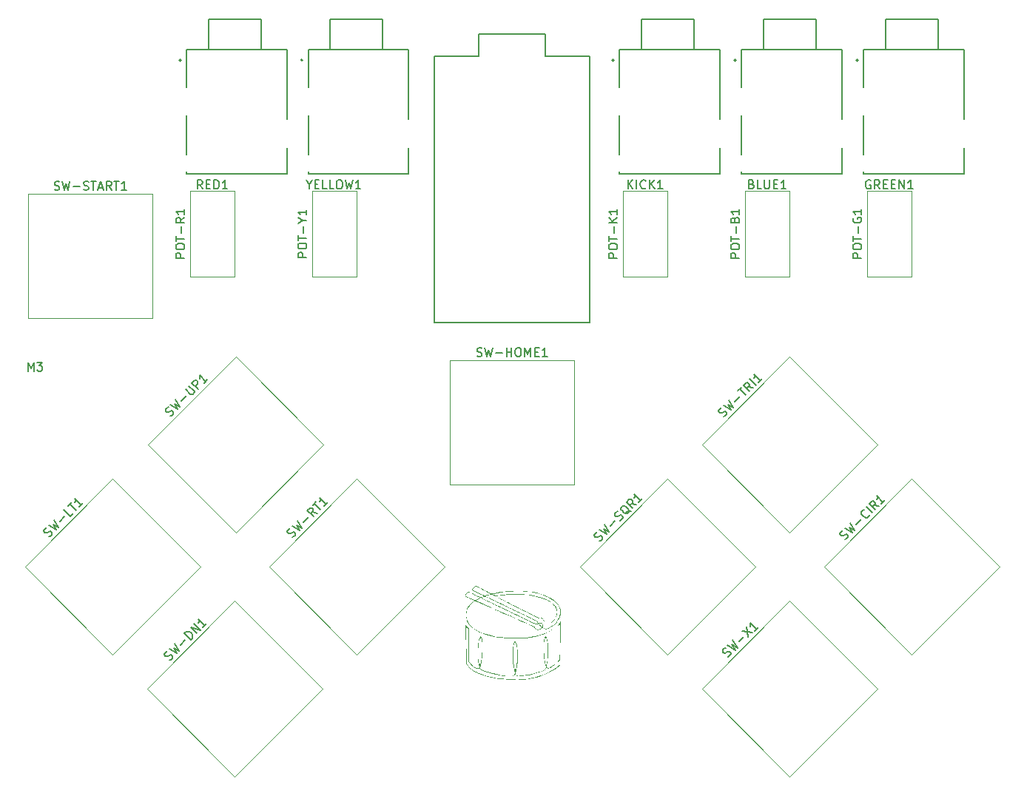
<source format=gbr>
%TF.GenerationSoftware,KiCad,Pcbnew,6.0.2+dfsg-1*%
%TF.CreationDate,2023-07-31T10:29:00-05:00*%
%TF.ProjectId,DrumBrain,4472756d-4272-4616-996e-2e6b69636164,rev?*%
%TF.SameCoordinates,Original*%
%TF.FileFunction,Legend,Top*%
%TF.FilePolarity,Positive*%
%FSLAX46Y46*%
G04 Gerber Fmt 4.6, Leading zero omitted, Abs format (unit mm)*
G04 Created by KiCad (PCBNEW 6.0.2+dfsg-1) date 2023-07-31 10:29:00*
%MOMM*%
%LPD*%
G01*
G04 APERTURE LIST*
%ADD10C,0.150000*%
%ADD11C,0.127000*%
%ADD12C,0.200000*%
%ADD13C,0.120000*%
G04 APERTURE END LIST*
D10*
%TO.C,YELLOW1*%
X124071666Y-74381190D02*
X124071666Y-74857380D01*
X123738333Y-73857380D02*
X124071666Y-74381190D01*
X124405000Y-73857380D01*
X124738333Y-74333571D02*
X125071666Y-74333571D01*
X125214523Y-74857380D02*
X124738333Y-74857380D01*
X124738333Y-73857380D01*
X125214523Y-73857380D01*
X126119285Y-74857380D02*
X125643095Y-74857380D01*
X125643095Y-73857380D01*
X126928809Y-74857380D02*
X126452619Y-74857380D01*
X126452619Y-73857380D01*
X127452619Y-73857380D02*
X127643095Y-73857380D01*
X127738333Y-73905000D01*
X127833571Y-74000238D01*
X127881190Y-74190714D01*
X127881190Y-74524047D01*
X127833571Y-74714523D01*
X127738333Y-74809761D01*
X127643095Y-74857380D01*
X127452619Y-74857380D01*
X127357380Y-74809761D01*
X127262142Y-74714523D01*
X127214523Y-74524047D01*
X127214523Y-74190714D01*
X127262142Y-74000238D01*
X127357380Y-73905000D01*
X127452619Y-73857380D01*
X128214523Y-73857380D02*
X128452619Y-74857380D01*
X128643095Y-74143095D01*
X128833571Y-74857380D01*
X129071666Y-73857380D01*
X129976428Y-74857380D02*
X129405000Y-74857380D01*
X129690714Y-74857380D02*
X129690714Y-73857380D01*
X129595476Y-74000238D01*
X129500238Y-74095476D01*
X129405000Y-74143095D01*
%TO.C,RED1*%
X111875952Y-74857380D02*
X111542619Y-74381190D01*
X111304523Y-74857380D02*
X111304523Y-73857380D01*
X111685476Y-73857380D01*
X111780714Y-73905000D01*
X111828333Y-73952619D01*
X111875952Y-74047857D01*
X111875952Y-74190714D01*
X111828333Y-74285952D01*
X111780714Y-74333571D01*
X111685476Y-74381190D01*
X111304523Y-74381190D01*
X112304523Y-74333571D02*
X112637857Y-74333571D01*
X112780714Y-74857380D02*
X112304523Y-74857380D01*
X112304523Y-73857380D01*
X112780714Y-73857380D01*
X113209285Y-74857380D02*
X113209285Y-73857380D01*
X113447380Y-73857380D01*
X113590238Y-73905000D01*
X113685476Y-74000238D01*
X113733095Y-74095476D01*
X113780714Y-74285952D01*
X113780714Y-74428809D01*
X113733095Y-74619285D01*
X113685476Y-74714523D01*
X113590238Y-74809761D01*
X113447380Y-74857380D01*
X113209285Y-74857380D01*
X114733095Y-74857380D02*
X114161666Y-74857380D01*
X114447380Y-74857380D02*
X114447380Y-73857380D01*
X114352142Y-74000238D01*
X114256904Y-74095476D01*
X114161666Y-74143095D01*
%TO.C,KICK1*%
X160548809Y-74857380D02*
X160548809Y-73857380D01*
X161120238Y-74857380D02*
X160691666Y-74285952D01*
X161120238Y-73857380D02*
X160548809Y-74428809D01*
X161548809Y-74857380D02*
X161548809Y-73857380D01*
X162596428Y-74762142D02*
X162548809Y-74809761D01*
X162405952Y-74857380D01*
X162310714Y-74857380D01*
X162167857Y-74809761D01*
X162072619Y-74714523D01*
X162025000Y-74619285D01*
X161977380Y-74428809D01*
X161977380Y-74285952D01*
X162025000Y-74095476D01*
X162072619Y-74000238D01*
X162167857Y-73905000D01*
X162310714Y-73857380D01*
X162405952Y-73857380D01*
X162548809Y-73905000D01*
X162596428Y-73952619D01*
X163025000Y-74857380D02*
X163025000Y-73857380D01*
X163596428Y-74857380D02*
X163167857Y-74285952D01*
X163596428Y-73857380D02*
X163025000Y-74428809D01*
X164548809Y-74857380D02*
X163977380Y-74857380D01*
X164263095Y-74857380D02*
X164263095Y-73857380D01*
X164167857Y-74000238D01*
X164072619Y-74095476D01*
X163977380Y-74143095D01*
%TO.C,GREEN1*%
X188322142Y-73905000D02*
X188226904Y-73857380D01*
X188084047Y-73857380D01*
X187941190Y-73905000D01*
X187845952Y-74000238D01*
X187798333Y-74095476D01*
X187750714Y-74285952D01*
X187750714Y-74428809D01*
X187798333Y-74619285D01*
X187845952Y-74714523D01*
X187941190Y-74809761D01*
X188084047Y-74857380D01*
X188179285Y-74857380D01*
X188322142Y-74809761D01*
X188369761Y-74762142D01*
X188369761Y-74428809D01*
X188179285Y-74428809D01*
X189369761Y-74857380D02*
X189036428Y-74381190D01*
X188798333Y-74857380D02*
X188798333Y-73857380D01*
X189179285Y-73857380D01*
X189274523Y-73905000D01*
X189322142Y-73952619D01*
X189369761Y-74047857D01*
X189369761Y-74190714D01*
X189322142Y-74285952D01*
X189274523Y-74333571D01*
X189179285Y-74381190D01*
X188798333Y-74381190D01*
X189798333Y-74333571D02*
X190131666Y-74333571D01*
X190274523Y-74857380D02*
X189798333Y-74857380D01*
X189798333Y-73857380D01*
X190274523Y-73857380D01*
X190703095Y-74333571D02*
X191036428Y-74333571D01*
X191179285Y-74857380D02*
X190703095Y-74857380D01*
X190703095Y-73857380D01*
X191179285Y-73857380D01*
X191607857Y-74857380D02*
X191607857Y-73857380D01*
X192179285Y-74857380D01*
X192179285Y-73857380D01*
X193179285Y-74857380D02*
X192607857Y-74857380D01*
X192893571Y-74857380D02*
X192893571Y-73857380D01*
X192798333Y-74000238D01*
X192703095Y-74095476D01*
X192607857Y-74143095D01*
%TO.C,BLUE1*%
X174709285Y-74333571D02*
X174852142Y-74381190D01*
X174899761Y-74428809D01*
X174947380Y-74524047D01*
X174947380Y-74666904D01*
X174899761Y-74762142D01*
X174852142Y-74809761D01*
X174756904Y-74857380D01*
X174375952Y-74857380D01*
X174375952Y-73857380D01*
X174709285Y-73857380D01*
X174804523Y-73905000D01*
X174852142Y-73952619D01*
X174899761Y-74047857D01*
X174899761Y-74143095D01*
X174852142Y-74238333D01*
X174804523Y-74285952D01*
X174709285Y-74333571D01*
X174375952Y-74333571D01*
X175852142Y-74857380D02*
X175375952Y-74857380D01*
X175375952Y-73857380D01*
X176185476Y-73857380D02*
X176185476Y-74666904D01*
X176233095Y-74762142D01*
X176280714Y-74809761D01*
X176375952Y-74857380D01*
X176566428Y-74857380D01*
X176661666Y-74809761D01*
X176709285Y-74762142D01*
X176756904Y-74666904D01*
X176756904Y-73857380D01*
X177233095Y-74333571D02*
X177566428Y-74333571D01*
X177709285Y-74857380D02*
X177233095Y-74857380D01*
X177233095Y-73857380D01*
X177709285Y-73857380D01*
X178661666Y-74857380D02*
X178090238Y-74857380D01*
X178375952Y-74857380D02*
X178375952Y-73857380D01*
X178280714Y-74000238D01*
X178185476Y-74095476D01*
X178090238Y-74143095D01*
%TO.C,*%
%TO.C,M3*%
X91900476Y-95712380D02*
X91900476Y-94712380D01*
X92233809Y-95426666D01*
X92567142Y-94712380D01*
X92567142Y-95712380D01*
X92948095Y-94712380D02*
X93567142Y-94712380D01*
X93233809Y-95093333D01*
X93376666Y-95093333D01*
X93471904Y-95140952D01*
X93519523Y-95188571D01*
X93567142Y-95283809D01*
X93567142Y-95521904D01*
X93519523Y-95617142D01*
X93471904Y-95664761D01*
X93376666Y-95712380D01*
X93090952Y-95712380D01*
X92995714Y-95664761D01*
X92948095Y-95617142D01*
%TO.C,SW-X1*%
X171982096Y-128426615D02*
X172116783Y-128359271D01*
X172285142Y-128190912D01*
X172318814Y-128089897D01*
X172318814Y-128022554D01*
X172285142Y-127921538D01*
X172217798Y-127854195D01*
X172116783Y-127820523D01*
X172049440Y-127820523D01*
X171948424Y-127854195D01*
X171780066Y-127955210D01*
X171679050Y-127988882D01*
X171611707Y-127988882D01*
X171510692Y-127955210D01*
X171443348Y-127887867D01*
X171409676Y-127786851D01*
X171409676Y-127719508D01*
X171443348Y-127618493D01*
X171611707Y-127450134D01*
X171746394Y-127382790D01*
X171948424Y-127113416D02*
X172823890Y-127652164D01*
X172453501Y-127012401D01*
X173093264Y-127382790D01*
X172554516Y-126507325D01*
X173261623Y-126675684D02*
X173800371Y-126136936D01*
X173632012Y-125429829D02*
X174810523Y-125665531D01*
X174103416Y-124958424D02*
X174339119Y-126136936D01*
X175450286Y-125025768D02*
X175046225Y-125429829D01*
X175248256Y-125227798D02*
X174541149Y-124520692D01*
X174574821Y-124689050D01*
X174574821Y-124823737D01*
X174541149Y-124924753D01*
%TO.C,SW-UP1*%
X108209871Y-100873840D02*
X108344558Y-100806496D01*
X108512917Y-100638138D01*
X108546588Y-100537122D01*
X108546588Y-100469779D01*
X108512917Y-100368764D01*
X108445573Y-100301420D01*
X108344558Y-100267748D01*
X108277214Y-100267748D01*
X108176199Y-100301420D01*
X108007840Y-100402435D01*
X107906825Y-100436107D01*
X107839482Y-100436107D01*
X107738466Y-100402435D01*
X107671123Y-100335092D01*
X107637451Y-100234077D01*
X107637451Y-100166733D01*
X107671123Y-100065718D01*
X107839482Y-99897359D01*
X107974169Y-99830016D01*
X108176199Y-99560642D02*
X109051665Y-100099390D01*
X108681275Y-99459626D01*
X109321039Y-99830016D01*
X108782291Y-98954550D01*
X109489397Y-99122909D02*
X110028145Y-98584161D01*
X109927130Y-97809710D02*
X110499550Y-98382130D01*
X110600565Y-98415802D01*
X110667909Y-98415802D01*
X110768924Y-98382130D01*
X110903611Y-98247443D01*
X110937283Y-98146428D01*
X110937283Y-98079084D01*
X110903611Y-97978069D01*
X110331191Y-97405649D01*
X111375016Y-97776039D02*
X110667909Y-97068932D01*
X110937283Y-96799558D01*
X111038298Y-96765886D01*
X111105642Y-96765886D01*
X111206657Y-96799558D01*
X111307672Y-96900573D01*
X111341344Y-97001588D01*
X111341344Y-97068932D01*
X111307672Y-97169947D01*
X111038298Y-97439321D01*
X112452512Y-96698543D02*
X112048451Y-97102604D01*
X112250481Y-96900573D02*
X111543374Y-96193466D01*
X111577046Y-96361825D01*
X111577046Y-96496512D01*
X111543374Y-96597527D01*
%TO.C,SW-TRI1*%
X171527527Y-100941183D02*
X171662214Y-100873840D01*
X171830573Y-100705481D01*
X171864245Y-100604466D01*
X171864245Y-100537122D01*
X171830573Y-100436107D01*
X171763230Y-100368764D01*
X171662214Y-100335092D01*
X171594871Y-100335092D01*
X171493856Y-100368764D01*
X171325497Y-100469779D01*
X171224482Y-100503451D01*
X171157138Y-100503451D01*
X171056123Y-100469779D01*
X170988779Y-100402435D01*
X170955108Y-100301420D01*
X170955108Y-100234077D01*
X170988779Y-100133061D01*
X171157138Y-99964703D01*
X171291825Y-99897359D01*
X171493856Y-99627985D02*
X172369321Y-100166733D01*
X171998932Y-99526970D01*
X172638695Y-99897359D01*
X172099947Y-99021894D01*
X172807054Y-99190252D02*
X173345802Y-98651504D01*
X173143771Y-97978069D02*
X173547833Y-97574008D01*
X174052909Y-98483146D02*
X173345802Y-97776039D01*
X174894703Y-97641352D02*
X174322283Y-97540336D01*
X174490642Y-98045413D02*
X173783535Y-97338306D01*
X174052909Y-97068932D01*
X174153924Y-97035260D01*
X174221268Y-97035260D01*
X174322283Y-97068932D01*
X174423298Y-97169947D01*
X174456970Y-97270962D01*
X174456970Y-97338306D01*
X174423298Y-97439321D01*
X174153924Y-97708695D01*
X175197748Y-97338306D02*
X174490642Y-96631199D01*
X175904855Y-96631199D02*
X175500794Y-97035260D01*
X175702825Y-96833230D02*
X174995718Y-96126123D01*
X175029390Y-96294482D01*
X175029390Y-96429169D01*
X174995718Y-96530184D01*
%TO.C,SW-START1*%
X94940952Y-74954761D02*
X95083809Y-75002380D01*
X95321904Y-75002380D01*
X95417142Y-74954761D01*
X95464761Y-74907142D01*
X95512380Y-74811904D01*
X95512380Y-74716666D01*
X95464761Y-74621428D01*
X95417142Y-74573809D01*
X95321904Y-74526190D01*
X95131428Y-74478571D01*
X95036190Y-74430952D01*
X94988571Y-74383333D01*
X94940952Y-74288095D01*
X94940952Y-74192857D01*
X94988571Y-74097619D01*
X95036190Y-74050000D01*
X95131428Y-74002380D01*
X95369523Y-74002380D01*
X95512380Y-74050000D01*
X95845714Y-74002380D02*
X96083809Y-75002380D01*
X96274285Y-74288095D01*
X96464761Y-75002380D01*
X96702857Y-74002380D01*
X97083809Y-74621428D02*
X97845714Y-74621428D01*
X98274285Y-74954761D02*
X98417142Y-75002380D01*
X98655238Y-75002380D01*
X98750476Y-74954761D01*
X98798095Y-74907142D01*
X98845714Y-74811904D01*
X98845714Y-74716666D01*
X98798095Y-74621428D01*
X98750476Y-74573809D01*
X98655238Y-74526190D01*
X98464761Y-74478571D01*
X98369523Y-74430952D01*
X98321904Y-74383333D01*
X98274285Y-74288095D01*
X98274285Y-74192857D01*
X98321904Y-74097619D01*
X98369523Y-74050000D01*
X98464761Y-74002380D01*
X98702857Y-74002380D01*
X98845714Y-74050000D01*
X99131428Y-74002380D02*
X99702857Y-74002380D01*
X99417142Y-75002380D02*
X99417142Y-74002380D01*
X99988571Y-74716666D02*
X100464761Y-74716666D01*
X99893333Y-75002380D02*
X100226666Y-74002380D01*
X100560000Y-75002380D01*
X101464761Y-75002380D02*
X101131428Y-74526190D01*
X100893333Y-75002380D02*
X100893333Y-74002380D01*
X101274285Y-74002380D01*
X101369523Y-74050000D01*
X101417142Y-74097619D01*
X101464761Y-74192857D01*
X101464761Y-74335714D01*
X101417142Y-74430952D01*
X101369523Y-74478571D01*
X101274285Y-74526190D01*
X100893333Y-74526190D01*
X101750476Y-74002380D02*
X102321904Y-74002380D01*
X102036190Y-75002380D02*
X102036190Y-74002380D01*
X103179047Y-75002380D02*
X102607619Y-75002380D01*
X102893333Y-75002380D02*
X102893333Y-74002380D01*
X102798095Y-74145238D01*
X102702857Y-74240476D01*
X102607619Y-74288095D01*
%TO.C,SW-SQR1*%
X157288153Y-115180557D02*
X157422840Y-115113214D01*
X157591199Y-114944855D01*
X157624871Y-114843840D01*
X157624871Y-114776496D01*
X157591199Y-114675481D01*
X157523856Y-114608138D01*
X157422840Y-114574466D01*
X157355497Y-114574466D01*
X157254482Y-114608138D01*
X157086123Y-114709153D01*
X156985108Y-114742825D01*
X156917764Y-114742825D01*
X156816749Y-114709153D01*
X156749405Y-114641809D01*
X156715734Y-114540794D01*
X156715734Y-114473451D01*
X156749405Y-114372435D01*
X156917764Y-114204077D01*
X157052451Y-114136733D01*
X157254482Y-113867359D02*
X158129947Y-114406107D01*
X157759558Y-113766344D01*
X158399321Y-114136733D01*
X157860573Y-113261268D01*
X158567680Y-113429626D02*
X159106428Y-112890878D01*
X159645176Y-112823535D02*
X159779863Y-112756191D01*
X159948222Y-112587833D01*
X159981894Y-112486817D01*
X159981894Y-112419474D01*
X159948222Y-112318458D01*
X159880878Y-112251115D01*
X159779863Y-112217443D01*
X159712520Y-112217443D01*
X159611504Y-112251115D01*
X159443146Y-112352130D01*
X159342130Y-112385802D01*
X159274787Y-112385802D01*
X159173771Y-112352130D01*
X159106428Y-112284787D01*
X159072756Y-112183771D01*
X159072756Y-112116428D01*
X159106428Y-112015413D01*
X159274787Y-111847054D01*
X159409474Y-111779710D01*
X160924703Y-111746039D02*
X160823687Y-111779710D01*
X160689000Y-111779710D01*
X160486970Y-111779710D01*
X160385955Y-111813382D01*
X160318611Y-111880726D01*
X160520642Y-112015413D02*
X160419626Y-112049084D01*
X160284939Y-112049084D01*
X160116581Y-111948069D01*
X159880878Y-111712367D01*
X159779863Y-111544008D01*
X159779863Y-111409321D01*
X159813535Y-111308306D01*
X159948222Y-111173619D01*
X160049237Y-111139947D01*
X160183924Y-111139947D01*
X160352283Y-111240962D01*
X160587985Y-111476665D01*
X160689000Y-111645023D01*
X160689000Y-111779710D01*
X160655329Y-111880726D01*
X160520642Y-112015413D01*
X161530794Y-111005260D02*
X160958374Y-110904245D01*
X161126733Y-111409321D02*
X160419626Y-110702214D01*
X160689000Y-110432840D01*
X160790016Y-110399169D01*
X160857359Y-110399169D01*
X160958374Y-110432840D01*
X161059390Y-110533856D01*
X161093061Y-110634871D01*
X161093061Y-110702214D01*
X161059390Y-110803230D01*
X160790016Y-111072604D01*
X162204229Y-110331825D02*
X161800168Y-110735886D01*
X162002199Y-110533856D02*
X161295092Y-109826749D01*
X161328764Y-109995108D01*
X161328764Y-110129795D01*
X161295092Y-110230810D01*
%TO.C,SW-RT1*%
X122165886Y-114742825D02*
X122300573Y-114675481D01*
X122468932Y-114507122D01*
X122502604Y-114406107D01*
X122502604Y-114338764D01*
X122468932Y-114237748D01*
X122401588Y-114170405D01*
X122300573Y-114136733D01*
X122233230Y-114136733D01*
X122132214Y-114170405D01*
X121963856Y-114271420D01*
X121862840Y-114305092D01*
X121795497Y-114305092D01*
X121694482Y-114271420D01*
X121627138Y-114204077D01*
X121593466Y-114103061D01*
X121593466Y-114035718D01*
X121627138Y-113934703D01*
X121795497Y-113766344D01*
X121930184Y-113699000D01*
X122132214Y-113429626D02*
X123007680Y-113968374D01*
X122637291Y-113328611D01*
X123277054Y-113699000D01*
X122738306Y-112823535D01*
X123445413Y-112991894D02*
X123984161Y-112453146D01*
X124994313Y-111981741D02*
X124421894Y-111880726D01*
X124590252Y-112385802D02*
X123883146Y-111678695D01*
X124152520Y-111409321D01*
X124253535Y-111375649D01*
X124320878Y-111375649D01*
X124421894Y-111409321D01*
X124522909Y-111510336D01*
X124556581Y-111611352D01*
X124556581Y-111678695D01*
X124522909Y-111779710D01*
X124253535Y-112049084D01*
X124489237Y-111072604D02*
X124893298Y-110668543D01*
X125398374Y-111577680D02*
X124691268Y-110870573D01*
X126206496Y-110769558D02*
X125802435Y-111173619D01*
X126004466Y-110971588D02*
X125297359Y-110264482D01*
X125331031Y-110432840D01*
X125331031Y-110567527D01*
X125297359Y-110668543D01*
%TO.C,SW-LT1*%
X94293230Y-114675481D02*
X94427917Y-114608138D01*
X94596275Y-114439779D01*
X94629947Y-114338764D01*
X94629947Y-114271420D01*
X94596275Y-114170405D01*
X94528932Y-114103061D01*
X94427917Y-114069390D01*
X94360573Y-114069390D01*
X94259558Y-114103061D01*
X94091199Y-114204077D01*
X93990184Y-114237748D01*
X93922840Y-114237748D01*
X93821825Y-114204077D01*
X93754482Y-114136733D01*
X93720810Y-114035718D01*
X93720810Y-113968374D01*
X93754482Y-113867359D01*
X93922840Y-113699000D01*
X94057527Y-113631657D01*
X94259558Y-113362283D02*
X95135023Y-113901031D01*
X94764634Y-113261268D01*
X95404397Y-113631657D01*
X94865649Y-112756191D01*
X95572756Y-112924550D02*
X96111504Y-112385802D01*
X97054313Y-111981741D02*
X96717596Y-112318458D01*
X96010489Y-111611352D01*
X96481894Y-111139947D02*
X96885955Y-110735886D01*
X97391031Y-111645023D02*
X96683924Y-110937917D01*
X98199153Y-110836901D02*
X97795092Y-111240962D01*
X97997122Y-111038932D02*
X97290016Y-110331825D01*
X97323687Y-110500184D01*
X97323687Y-110634871D01*
X97290016Y-110735886D01*
%TO.C,SW-HOME1*%
X143296190Y-94004761D02*
X143439047Y-94052380D01*
X143677142Y-94052380D01*
X143772380Y-94004761D01*
X143820000Y-93957142D01*
X143867619Y-93861904D01*
X143867619Y-93766666D01*
X143820000Y-93671428D01*
X143772380Y-93623809D01*
X143677142Y-93576190D01*
X143486666Y-93528571D01*
X143391428Y-93480952D01*
X143343809Y-93433333D01*
X143296190Y-93338095D01*
X143296190Y-93242857D01*
X143343809Y-93147619D01*
X143391428Y-93100000D01*
X143486666Y-93052380D01*
X143724761Y-93052380D01*
X143867619Y-93100000D01*
X144200952Y-93052380D02*
X144439047Y-94052380D01*
X144629523Y-93338095D01*
X144820000Y-94052380D01*
X145058095Y-93052380D01*
X145439047Y-93671428D02*
X146200952Y-93671428D01*
X146677142Y-94052380D02*
X146677142Y-93052380D01*
X146677142Y-93528571D02*
X147248571Y-93528571D01*
X147248571Y-94052380D02*
X147248571Y-93052380D01*
X147915238Y-93052380D02*
X148105714Y-93052380D01*
X148200952Y-93100000D01*
X148296190Y-93195238D01*
X148343809Y-93385714D01*
X148343809Y-93719047D01*
X148296190Y-93909523D01*
X148200952Y-94004761D01*
X148105714Y-94052380D01*
X147915238Y-94052380D01*
X147820000Y-94004761D01*
X147724761Y-93909523D01*
X147677142Y-93719047D01*
X147677142Y-93385714D01*
X147724761Y-93195238D01*
X147820000Y-93100000D01*
X147915238Y-93052380D01*
X148772380Y-94052380D02*
X148772380Y-93052380D01*
X149105714Y-93766666D01*
X149439047Y-93052380D01*
X149439047Y-94052380D01*
X149915238Y-93528571D02*
X150248571Y-93528571D01*
X150391428Y-94052380D02*
X149915238Y-94052380D01*
X149915238Y-93052380D01*
X150391428Y-93052380D01*
X151343809Y-94052380D02*
X150772380Y-94052380D01*
X151058095Y-94052380D02*
X151058095Y-93052380D01*
X150962857Y-93195238D01*
X150867619Y-93290476D01*
X150772380Y-93338095D01*
%TO.C,SW-DN1*%
X108094871Y-128813840D02*
X108229558Y-128746496D01*
X108397917Y-128578138D01*
X108431588Y-128477122D01*
X108431588Y-128409779D01*
X108397917Y-128308764D01*
X108330573Y-128241420D01*
X108229558Y-128207748D01*
X108162214Y-128207748D01*
X108061199Y-128241420D01*
X107892840Y-128342435D01*
X107791825Y-128376107D01*
X107724482Y-128376107D01*
X107623466Y-128342435D01*
X107556123Y-128275092D01*
X107522451Y-128174077D01*
X107522451Y-128106733D01*
X107556123Y-128005718D01*
X107724482Y-127837359D01*
X107859169Y-127770016D01*
X108061199Y-127500642D02*
X108936665Y-128039390D01*
X108566275Y-127399626D01*
X109206039Y-127770016D01*
X108667291Y-126894550D01*
X109374397Y-127062909D02*
X109913145Y-126524161D01*
X110519237Y-126456817D02*
X109812130Y-125749710D01*
X109980489Y-125581352D01*
X110115176Y-125514008D01*
X110249863Y-125514008D01*
X110350878Y-125547680D01*
X110519237Y-125648695D01*
X110620252Y-125749710D01*
X110721268Y-125918069D01*
X110754939Y-126019084D01*
X110754939Y-126153771D01*
X110687596Y-126288458D01*
X110519237Y-126456817D01*
X111226344Y-125749710D02*
X110519237Y-125042604D01*
X111630405Y-125345649D01*
X110923298Y-124638543D01*
X112337512Y-124638543D02*
X111933451Y-125042604D01*
X112135481Y-124840573D02*
X111428374Y-124133466D01*
X111462046Y-124301825D01*
X111462046Y-124436512D01*
X111428374Y-124537527D01*
%TO.C,SW-CIR1*%
X185413348Y-114995363D02*
X185548035Y-114928019D01*
X185716394Y-114759660D01*
X185750066Y-114658645D01*
X185750066Y-114591302D01*
X185716394Y-114490286D01*
X185649050Y-114422943D01*
X185548035Y-114389271D01*
X185480692Y-114389271D01*
X185379676Y-114422943D01*
X185211318Y-114523958D01*
X185110302Y-114557630D01*
X185042959Y-114557630D01*
X184941944Y-114523958D01*
X184874600Y-114456615D01*
X184840928Y-114355599D01*
X184840928Y-114288256D01*
X184874600Y-114187241D01*
X185042959Y-114018882D01*
X185177646Y-113951538D01*
X185379676Y-113682164D02*
X186255142Y-114220912D01*
X185884753Y-113581149D01*
X186524516Y-113951538D01*
X185985768Y-113076073D01*
X186692875Y-113244432D02*
X187231623Y-112705684D01*
X188174432Y-112166936D02*
X188174432Y-112234279D01*
X188107088Y-112368966D01*
X188039745Y-112436310D01*
X187905058Y-112503653D01*
X187770371Y-112503653D01*
X187669355Y-112469981D01*
X187500997Y-112368966D01*
X187399981Y-112267951D01*
X187298966Y-112099592D01*
X187265294Y-111998577D01*
X187265294Y-111863890D01*
X187332638Y-111729203D01*
X187399981Y-111661859D01*
X187534668Y-111594516D01*
X187602012Y-111594516D01*
X188544821Y-111931233D02*
X187837714Y-111224127D01*
X189285599Y-111190455D02*
X188713180Y-111089440D01*
X188881538Y-111594516D02*
X188174432Y-110887409D01*
X188443806Y-110618035D01*
X188544821Y-110584363D01*
X188612164Y-110584363D01*
X188713180Y-110618035D01*
X188814195Y-110719050D01*
X188847867Y-110820066D01*
X188847867Y-110887409D01*
X188814195Y-110988424D01*
X188544821Y-111257798D01*
X189959034Y-110517020D02*
X189554973Y-110921081D01*
X189757004Y-110719050D02*
X189049897Y-110011944D01*
X189083569Y-110180302D01*
X189083569Y-110314989D01*
X189049897Y-110416005D01*
%TO.C,POT-G1*%
X187292380Y-82761904D02*
X186292380Y-82761904D01*
X186292380Y-82380952D01*
X186340000Y-82285714D01*
X186387619Y-82238095D01*
X186482857Y-82190476D01*
X186625714Y-82190476D01*
X186720952Y-82238095D01*
X186768571Y-82285714D01*
X186816190Y-82380952D01*
X186816190Y-82761904D01*
X186292380Y-81571428D02*
X186292380Y-81380952D01*
X186340000Y-81285714D01*
X186435238Y-81190476D01*
X186625714Y-81142857D01*
X186959047Y-81142857D01*
X187149523Y-81190476D01*
X187244761Y-81285714D01*
X187292380Y-81380952D01*
X187292380Y-81571428D01*
X187244761Y-81666666D01*
X187149523Y-81761904D01*
X186959047Y-81809523D01*
X186625714Y-81809523D01*
X186435238Y-81761904D01*
X186340000Y-81666666D01*
X186292380Y-81571428D01*
X186292380Y-80857142D02*
X186292380Y-80285714D01*
X187292380Y-80571428D02*
X186292380Y-80571428D01*
X186911428Y-79952380D02*
X186911428Y-79190476D01*
X186340000Y-78190476D02*
X186292380Y-78285714D01*
X186292380Y-78428571D01*
X186340000Y-78571428D01*
X186435238Y-78666666D01*
X186530476Y-78714285D01*
X186720952Y-78761904D01*
X186863809Y-78761904D01*
X187054285Y-78714285D01*
X187149523Y-78666666D01*
X187244761Y-78571428D01*
X187292380Y-78428571D01*
X187292380Y-78333333D01*
X187244761Y-78190476D01*
X187197142Y-78142857D01*
X186863809Y-78142857D01*
X186863809Y-78333333D01*
X187292380Y-77190476D02*
X187292380Y-77761904D01*
X187292380Y-77476190D02*
X186292380Y-77476190D01*
X186435238Y-77571428D01*
X186530476Y-77666666D01*
X186578095Y-77761904D01*
%TO.C,POT-K1*%
X159352380Y-82761904D02*
X158352380Y-82761904D01*
X158352380Y-82380952D01*
X158400000Y-82285714D01*
X158447619Y-82238095D01*
X158542857Y-82190476D01*
X158685714Y-82190476D01*
X158780952Y-82238095D01*
X158828571Y-82285714D01*
X158876190Y-82380952D01*
X158876190Y-82761904D01*
X158352380Y-81571428D02*
X158352380Y-81380952D01*
X158400000Y-81285714D01*
X158495238Y-81190476D01*
X158685714Y-81142857D01*
X159019047Y-81142857D01*
X159209523Y-81190476D01*
X159304761Y-81285714D01*
X159352380Y-81380952D01*
X159352380Y-81571428D01*
X159304761Y-81666666D01*
X159209523Y-81761904D01*
X159019047Y-81809523D01*
X158685714Y-81809523D01*
X158495238Y-81761904D01*
X158400000Y-81666666D01*
X158352380Y-81571428D01*
X158352380Y-80857142D02*
X158352380Y-80285714D01*
X159352380Y-80571428D02*
X158352380Y-80571428D01*
X158971428Y-79952380D02*
X158971428Y-79190476D01*
X159352380Y-78714285D02*
X158352380Y-78714285D01*
X159352380Y-78142857D02*
X158780952Y-78571428D01*
X158352380Y-78142857D02*
X158923809Y-78714285D01*
X159352380Y-77190476D02*
X159352380Y-77761904D01*
X159352380Y-77476190D02*
X158352380Y-77476190D01*
X158495238Y-77571428D01*
X158590476Y-77666666D01*
X158638095Y-77761904D01*
%TO.C,POT-R1*%
X109822380Y-82761904D02*
X108822380Y-82761904D01*
X108822380Y-82380952D01*
X108870000Y-82285714D01*
X108917619Y-82238095D01*
X109012857Y-82190476D01*
X109155714Y-82190476D01*
X109250952Y-82238095D01*
X109298571Y-82285714D01*
X109346190Y-82380952D01*
X109346190Y-82761904D01*
X108822380Y-81571428D02*
X108822380Y-81380952D01*
X108870000Y-81285714D01*
X108965238Y-81190476D01*
X109155714Y-81142857D01*
X109489047Y-81142857D01*
X109679523Y-81190476D01*
X109774761Y-81285714D01*
X109822380Y-81380952D01*
X109822380Y-81571428D01*
X109774761Y-81666666D01*
X109679523Y-81761904D01*
X109489047Y-81809523D01*
X109155714Y-81809523D01*
X108965238Y-81761904D01*
X108870000Y-81666666D01*
X108822380Y-81571428D01*
X108822380Y-80857142D02*
X108822380Y-80285714D01*
X109822380Y-80571428D02*
X108822380Y-80571428D01*
X109441428Y-79952380D02*
X109441428Y-79190476D01*
X109822380Y-78142857D02*
X109346190Y-78476190D01*
X109822380Y-78714285D02*
X108822380Y-78714285D01*
X108822380Y-78333333D01*
X108870000Y-78238095D01*
X108917619Y-78190476D01*
X109012857Y-78142857D01*
X109155714Y-78142857D01*
X109250952Y-78190476D01*
X109298571Y-78238095D01*
X109346190Y-78333333D01*
X109346190Y-78714285D01*
X109822380Y-77190476D02*
X109822380Y-77761904D01*
X109822380Y-77476190D02*
X108822380Y-77476190D01*
X108965238Y-77571428D01*
X109060476Y-77666666D01*
X109108095Y-77761904D01*
%TO.C,POT-Y1*%
X123792380Y-82690476D02*
X122792380Y-82690476D01*
X122792380Y-82309523D01*
X122840000Y-82214285D01*
X122887619Y-82166666D01*
X122982857Y-82119047D01*
X123125714Y-82119047D01*
X123220952Y-82166666D01*
X123268571Y-82214285D01*
X123316190Y-82309523D01*
X123316190Y-82690476D01*
X122792380Y-81500000D02*
X122792380Y-81309523D01*
X122840000Y-81214285D01*
X122935238Y-81119047D01*
X123125714Y-81071428D01*
X123459047Y-81071428D01*
X123649523Y-81119047D01*
X123744761Y-81214285D01*
X123792380Y-81309523D01*
X123792380Y-81500000D01*
X123744761Y-81595238D01*
X123649523Y-81690476D01*
X123459047Y-81738095D01*
X123125714Y-81738095D01*
X122935238Y-81690476D01*
X122840000Y-81595238D01*
X122792380Y-81500000D01*
X122792380Y-80785714D02*
X122792380Y-80214285D01*
X123792380Y-80500000D02*
X122792380Y-80500000D01*
X123411428Y-79880952D02*
X123411428Y-79119047D01*
X123316190Y-78452380D02*
X123792380Y-78452380D01*
X122792380Y-78785714D02*
X123316190Y-78452380D01*
X122792380Y-78119047D01*
X123792380Y-77261904D02*
X123792380Y-77833333D01*
X123792380Y-77547619D02*
X122792380Y-77547619D01*
X122935238Y-77642857D01*
X123030476Y-77738095D01*
X123078095Y-77833333D01*
%TO.C,POT-B1*%
X173322380Y-82761904D02*
X172322380Y-82761904D01*
X172322380Y-82380952D01*
X172370000Y-82285714D01*
X172417619Y-82238095D01*
X172512857Y-82190476D01*
X172655714Y-82190476D01*
X172750952Y-82238095D01*
X172798571Y-82285714D01*
X172846190Y-82380952D01*
X172846190Y-82761904D01*
X172322380Y-81571428D02*
X172322380Y-81380952D01*
X172370000Y-81285714D01*
X172465238Y-81190476D01*
X172655714Y-81142857D01*
X172989047Y-81142857D01*
X173179523Y-81190476D01*
X173274761Y-81285714D01*
X173322380Y-81380952D01*
X173322380Y-81571428D01*
X173274761Y-81666666D01*
X173179523Y-81761904D01*
X172989047Y-81809523D01*
X172655714Y-81809523D01*
X172465238Y-81761904D01*
X172370000Y-81666666D01*
X172322380Y-81571428D01*
X172322380Y-80857142D02*
X172322380Y-80285714D01*
X173322380Y-80571428D02*
X172322380Y-80571428D01*
X172941428Y-79952380D02*
X172941428Y-79190476D01*
X172798571Y-78380952D02*
X172846190Y-78238095D01*
X172893809Y-78190476D01*
X172989047Y-78142857D01*
X173131904Y-78142857D01*
X173227142Y-78190476D01*
X173274761Y-78238095D01*
X173322380Y-78333333D01*
X173322380Y-78714285D01*
X172322380Y-78714285D01*
X172322380Y-78380952D01*
X172370000Y-78285714D01*
X172417619Y-78238095D01*
X172512857Y-78190476D01*
X172608095Y-78190476D01*
X172703333Y-78238095D01*
X172750952Y-78285714D01*
X172798571Y-78380952D01*
X172798571Y-78714285D01*
X173322380Y-77190476D02*
X173322380Y-77761904D01*
X173322380Y-77476190D02*
X172322380Y-77476190D01*
X172465238Y-77571428D01*
X172560476Y-77666666D01*
X172608095Y-77761904D01*
%TO.C,G\u002A\u002A\u002A*%
G36*
X143370077Y-127813763D02*
G01*
X143371533Y-127676753D01*
X143373847Y-127548278D01*
X143377018Y-127432543D01*
X143381048Y-127333752D01*
X143385937Y-127256108D01*
X143388876Y-127224980D01*
X143418510Y-126983342D01*
X143450135Y-126770821D01*
X143483793Y-126587282D01*
X143519525Y-126432595D01*
X143557375Y-126306624D01*
X143597384Y-126209239D01*
X143639594Y-126140307D01*
X143684048Y-126099694D01*
X143730787Y-126087268D01*
X143749101Y-126089896D01*
X143787098Y-126113284D01*
X143821555Y-126163775D01*
X143852647Y-126241848D01*
X143880551Y-126347980D01*
X143905443Y-126482650D01*
X143913406Y-126536116D01*
X143920944Y-126606184D01*
X143927666Y-126701153D01*
X143933507Y-126816623D01*
X143938404Y-126948192D01*
X143942292Y-127091457D01*
X143945107Y-127242018D01*
X143946785Y-127395473D01*
X143947263Y-127547420D01*
X143946477Y-127693458D01*
X143944362Y-127829184D01*
X143940854Y-127950198D01*
X143935891Y-128052098D01*
X143935516Y-128057966D01*
X143916925Y-128299869D01*
X143893505Y-128531321D01*
X143865726Y-128749499D01*
X143834064Y-128951576D01*
X143798989Y-129134727D01*
X143760977Y-129296125D01*
X143720500Y-129432944D01*
X143692725Y-129508259D01*
X143655188Y-129600366D01*
X143694714Y-129669482D01*
X143761328Y-129775545D01*
X143825303Y-129856636D01*
X143885151Y-129910877D01*
X143886273Y-129911659D01*
X143927509Y-129934342D01*
X143993770Y-129963392D01*
X144081732Y-129997723D01*
X144188070Y-130036247D01*
X144309460Y-130077878D01*
X144442577Y-130121529D01*
X144584097Y-130166112D01*
X144730695Y-130210541D01*
X144879046Y-130253729D01*
X145025827Y-130294589D01*
X145167713Y-130332034D01*
X145187455Y-130337058D01*
X145526082Y-130417721D01*
X145845754Y-130483042D01*
X146151970Y-130533841D01*
X146450232Y-130570939D01*
X146746038Y-130595156D01*
X146990720Y-130605980D01*
X147111552Y-130608771D01*
X147206110Y-130609530D01*
X147277369Y-130608187D01*
X147328303Y-130604675D01*
X147361887Y-130598923D01*
X147367651Y-130597216D01*
X147418227Y-130569190D01*
X147473754Y-130519624D01*
X147528893Y-130454427D01*
X147578304Y-130379507D01*
X147598364Y-130341939D01*
X147642832Y-130251581D01*
X147614530Y-130170969D01*
X147566405Y-130013359D01*
X147522794Y-129827978D01*
X147483895Y-129616052D01*
X147449905Y-129378802D01*
X147421023Y-129117454D01*
X147397445Y-128833231D01*
X147396695Y-128822556D01*
X147392867Y-128748552D01*
X147389904Y-128651819D01*
X147387777Y-128536764D01*
X147386461Y-128407795D01*
X147385929Y-128269320D01*
X147385968Y-128244113D01*
X147443978Y-128244113D01*
X147445761Y-128417960D01*
X147449359Y-128585187D01*
X147454771Y-128740670D01*
X147461999Y-128879282D01*
X147471041Y-128995899D01*
X147471285Y-128998436D01*
X147492882Y-129202229D01*
X147517082Y-129395933D01*
X147543356Y-129576479D01*
X147571175Y-129740803D01*
X147600008Y-129885838D01*
X147629325Y-130008517D01*
X147658596Y-130105775D01*
X147666317Y-130126999D01*
X147673603Y-130135481D01*
X147682990Y-130125106D01*
X147695356Y-130093528D01*
X147711580Y-130038406D01*
X147732539Y-129957396D01*
X147737726Y-129936463D01*
X147779875Y-129742581D01*
X147815749Y-129530923D01*
X147845330Y-129305054D01*
X147868603Y-129068541D01*
X147885554Y-128824951D01*
X147896165Y-128577850D01*
X147900422Y-128330805D01*
X147898310Y-128087381D01*
X147889812Y-127851145D01*
X147874913Y-127625663D01*
X147853597Y-127414502D01*
X147825849Y-127221229D01*
X147791653Y-127049409D01*
X147750995Y-126902609D01*
X147750970Y-126902533D01*
X147718049Y-126816141D01*
X147686001Y-126758885D01*
X147654928Y-126730600D01*
X147624934Y-126731120D01*
X147596125Y-126760278D01*
X147568603Y-126817908D01*
X147542474Y-126903843D01*
X147517841Y-127017918D01*
X147494808Y-127159966D01*
X147473479Y-127329821D01*
X147471368Y-127349035D01*
X147462270Y-127454969D01*
X147454985Y-127585035D01*
X147449513Y-127734108D01*
X147445854Y-127897062D01*
X147444009Y-128068772D01*
X147443978Y-128244113D01*
X147385968Y-128244113D01*
X147386153Y-128125748D01*
X147387106Y-127981485D01*
X147388762Y-127840940D01*
X147391093Y-127708521D01*
X147394073Y-127588636D01*
X147397674Y-127485692D01*
X147401870Y-127404097D01*
X147405664Y-127356890D01*
X147426202Y-127182180D01*
X147448649Y-127035173D01*
X147473444Y-126914295D01*
X147501030Y-126817972D01*
X147531846Y-126744631D01*
X147566333Y-126692699D01*
X147599872Y-126663579D01*
X147640677Y-126653926D01*
X147684721Y-126670961D01*
X147728424Y-126712863D01*
X147746222Y-126738074D01*
X147793090Y-126830553D01*
X147834375Y-126951506D01*
X147870030Y-127100625D01*
X147900007Y-127277597D01*
X147924260Y-127482112D01*
X147942741Y-127713859D01*
X147955404Y-127972529D01*
X147960355Y-128148350D01*
X147961836Y-128473287D01*
X147952689Y-128787941D01*
X147933217Y-129089319D01*
X147903725Y-129374426D01*
X147864516Y-129640269D01*
X147815893Y-129883853D01*
X147764287Y-130081733D01*
X147710535Y-130263645D01*
X147760362Y-130359748D01*
X147813129Y-130451634D01*
X147864570Y-130517956D01*
X147918873Y-130561945D01*
X147980223Y-130586826D01*
X148052808Y-130595829D01*
X148066806Y-130596013D01*
X148163015Y-130592650D01*
X148283658Y-130582992D01*
X148424687Y-130567686D01*
X148582055Y-130547378D01*
X148751717Y-130522714D01*
X148929626Y-130494341D01*
X149111734Y-130462904D01*
X149293996Y-130429050D01*
X149472364Y-130393425D01*
X149642793Y-130356676D01*
X149801234Y-130319448D01*
X149806248Y-130318210D01*
X149937559Y-130284495D01*
X150074185Y-130247184D01*
X150212347Y-130207490D01*
X150348268Y-130166626D01*
X150478167Y-130125806D01*
X150598266Y-130086242D01*
X150704786Y-130049146D01*
X150793947Y-130015733D01*
X150861971Y-129987214D01*
X150902762Y-129966266D01*
X150957018Y-129921167D01*
X151013934Y-129853667D01*
X151069382Y-129769883D01*
X151119236Y-129675930D01*
X151153211Y-129595144D01*
X151179106Y-129524974D01*
X151133063Y-129389951D01*
X151092523Y-129261005D01*
X151056509Y-129124042D01*
X151024311Y-128975224D01*
X150995219Y-128810710D01*
X150968520Y-128626662D01*
X150943505Y-128419239D01*
X150930320Y-128294916D01*
X150922039Y-128194424D01*
X150915178Y-128072623D01*
X150909738Y-127933886D01*
X150905720Y-127782583D01*
X150903126Y-127623087D01*
X150901957Y-127459768D01*
X150902145Y-127341010D01*
X150955310Y-127341010D01*
X150957788Y-127586268D01*
X150966360Y-127836292D01*
X150980697Y-128085940D01*
X151000470Y-128330064D01*
X151025348Y-128563521D01*
X151055002Y-128781165D01*
X151089103Y-128977851D01*
X151110503Y-129079048D01*
X151125609Y-129141703D01*
X151143365Y-129210044D01*
X151161809Y-129277116D01*
X151178980Y-129335965D01*
X151192915Y-129379636D01*
X151201138Y-129400336D01*
X151208645Y-129403174D01*
X151218043Y-129386492D01*
X151229975Y-129348106D01*
X151245085Y-129285835D01*
X151264018Y-129197494D01*
X151270877Y-129163915D01*
X151293916Y-129045294D01*
X151313285Y-128933432D01*
X151329283Y-128824315D01*
X151342207Y-128713928D01*
X151352355Y-128598260D01*
X151360027Y-128473294D01*
X151365519Y-128335019D01*
X151369131Y-128179419D01*
X151371160Y-128002481D01*
X151371900Y-127803918D01*
X151371596Y-127603716D01*
X151370102Y-127429047D01*
X151367197Y-127276149D01*
X151362660Y-127141256D01*
X151356270Y-127020605D01*
X151347805Y-126910432D01*
X151337045Y-126806974D01*
X151323767Y-126706466D01*
X151307752Y-126605146D01*
X151298247Y-126550773D01*
X151272244Y-126420972D01*
X151245113Y-126313494D01*
X151217390Y-126229622D01*
X151189613Y-126170638D01*
X151162317Y-126137823D01*
X151136039Y-126132460D01*
X151125691Y-126138489D01*
X151098882Y-126174998D01*
X151072708Y-126237877D01*
X151047784Y-126324182D01*
X151024722Y-126430969D01*
X151004137Y-126555294D01*
X150986643Y-126694214D01*
X150972853Y-126844785D01*
X150969956Y-126885378D01*
X150959256Y-127105665D01*
X150955310Y-127341010D01*
X150902145Y-127341010D01*
X150902214Y-127296997D01*
X150903898Y-127139146D01*
X150907011Y-126990587D01*
X150911555Y-126855689D01*
X150917529Y-126738826D01*
X150924937Y-126644367D01*
X150929821Y-126602071D01*
X150953746Y-126448683D01*
X150980220Y-126323071D01*
X151009758Y-126223767D01*
X151042874Y-126149303D01*
X151080081Y-126098214D01*
X151115499Y-126071974D01*
X151159365Y-126064045D01*
X151200963Y-126084481D01*
X151240102Y-126132408D01*
X151276591Y-126206951D01*
X151310237Y-126307234D01*
X151340850Y-126432384D01*
X151368237Y-126581526D01*
X151392206Y-126753785D01*
X151412567Y-126948287D01*
X151429128Y-127164156D01*
X151441697Y-127400518D01*
X151448413Y-127591596D01*
X151451024Y-127808917D01*
X151447247Y-128033137D01*
X151437505Y-128259737D01*
X151422219Y-128484202D01*
X151401812Y-128702012D01*
X151376706Y-128908652D01*
X151347323Y-129099603D01*
X151314085Y-129270349D01*
X151278115Y-129413945D01*
X151263431Y-129471200D01*
X151259952Y-129513594D01*
X151270147Y-129549933D01*
X151296489Y-129589023D01*
X151341441Y-129639665D01*
X151375461Y-129669456D01*
X151412095Y-129684630D01*
X151456107Y-129684783D01*
X151512263Y-129669508D01*
X151585329Y-129638400D01*
X151633654Y-129614795D01*
X151809227Y-129516429D01*
X151993213Y-129394209D01*
X152181908Y-129250972D01*
X152371608Y-129089554D01*
X152558607Y-128912793D01*
X152585221Y-128886114D01*
X152742595Y-128727181D01*
X152749801Y-128485399D01*
X152751806Y-128410369D01*
X152754089Y-128311787D01*
X152756536Y-128195416D01*
X152759033Y-128067015D01*
X152761466Y-127932344D01*
X152763720Y-127797165D01*
X152764753Y-127730635D01*
X152766247Y-127634707D01*
X152768218Y-127512865D01*
X152770609Y-127368503D01*
X152773361Y-127205016D01*
X152776416Y-127025796D01*
X152779715Y-126834239D01*
X152783201Y-126633739D01*
X152786815Y-126427689D01*
X152790498Y-126219484D01*
X152794193Y-126012519D01*
X152795450Y-125942521D01*
X152798844Y-125750260D01*
X152801979Y-125565363D01*
X152804824Y-125390074D01*
X152807349Y-125226638D01*
X152809523Y-125077298D01*
X152811315Y-124944299D01*
X152812696Y-124829884D01*
X152813634Y-124736298D01*
X152814098Y-124665785D01*
X152814060Y-124620588D01*
X152813662Y-124604364D01*
X152808921Y-124541337D01*
X152698996Y-124675527D01*
X152513670Y-124879968D01*
X152301870Y-125073514D01*
X152064583Y-125255525D01*
X151802797Y-125425357D01*
X151517500Y-125582368D01*
X151209680Y-125725917D01*
X150888898Y-125852272D01*
X150650104Y-125932935D01*
X150394980Y-126009009D01*
X150135043Y-126077379D01*
X149881813Y-126134928D01*
X149745678Y-126161550D01*
X149476630Y-126207720D01*
X149221062Y-126245072D01*
X148965156Y-126275469D01*
X148741696Y-126296828D01*
X148624245Y-126305058D01*
X148482085Y-126311862D01*
X148319788Y-126317238D01*
X148141923Y-126321187D01*
X147953062Y-126323708D01*
X147757775Y-126324801D01*
X147560633Y-126324466D01*
X147366205Y-126322703D01*
X147179063Y-126319511D01*
X147003777Y-126314890D01*
X146844917Y-126308840D01*
X146707055Y-126301360D01*
X146645793Y-126296954D01*
X146186928Y-126254062D01*
X145754759Y-126200589D01*
X145348599Y-126136411D01*
X144967757Y-126061401D01*
X144611545Y-125975436D01*
X144279275Y-125878389D01*
X144198130Y-125851798D01*
X143869692Y-125732319D01*
X143568789Y-125603325D01*
X143295170Y-125464645D01*
X143048587Y-125316108D01*
X142828789Y-125157543D01*
X142635526Y-124988780D01*
X142468550Y-124809646D01*
X142327610Y-124619972D01*
X142274779Y-124534840D01*
X142173400Y-124335418D01*
X142096649Y-124127275D01*
X142044835Y-123913653D01*
X142018268Y-123697797D01*
X142017260Y-123482949D01*
X142042119Y-123272352D01*
X142093156Y-123069250D01*
X142125920Y-122978198D01*
X142215251Y-122791097D01*
X142332339Y-122608713D01*
X142475779Y-122432766D01*
X142644168Y-122264973D01*
X142836103Y-122107055D01*
X142838730Y-122105087D01*
X142895652Y-122061276D01*
X142941770Y-122023409D01*
X142973123Y-121994924D01*
X142985755Y-121979260D01*
X142985444Y-121977676D01*
X142972852Y-121971306D01*
X143168453Y-121971306D01*
X143181307Y-121979889D01*
X143218373Y-121999049D01*
X143277032Y-122027561D01*
X143354661Y-122064199D01*
X143448641Y-122107740D01*
X143556352Y-122156959D01*
X143675172Y-122210629D01*
X143796578Y-122264902D01*
X144297817Y-122487870D01*
X144772767Y-122699144D01*
X145221921Y-122898944D01*
X145645775Y-123087490D01*
X146044821Y-123265002D01*
X146419555Y-123431699D01*
X146770469Y-123587801D01*
X147098059Y-123733528D01*
X147402818Y-123869100D01*
X147685240Y-123994736D01*
X147945819Y-124110657D01*
X148185049Y-124217082D01*
X148403425Y-124314230D01*
X148601441Y-124402322D01*
X148779589Y-124481578D01*
X148938366Y-124552216D01*
X149078263Y-124614458D01*
X149199777Y-124668523D01*
X149303400Y-124714630D01*
X149389626Y-124752999D01*
X149458951Y-124783850D01*
X149511867Y-124807403D01*
X149518500Y-124810356D01*
X149630281Y-124860374D01*
X149718158Y-124900436D01*
X149785161Y-124932154D01*
X149834319Y-124957141D01*
X149868663Y-124977011D01*
X149891221Y-124993376D01*
X149905023Y-125007849D01*
X149912163Y-125019932D01*
X149970957Y-125121843D01*
X150041634Y-125200471D01*
X150122038Y-125254295D01*
X150210018Y-125281793D01*
X150285725Y-125283690D01*
X150339509Y-125273025D01*
X150389378Y-125254657D01*
X150402978Y-125247156D01*
X150462364Y-125212130D01*
X150511394Y-125191001D01*
X150547861Y-125181177D01*
X150582236Y-125166808D01*
X150621970Y-125140617D01*
X150658754Y-125109442D01*
X150684278Y-125080120D01*
X150691033Y-125063381D01*
X150678832Y-125045400D01*
X150649278Y-125027415D01*
X150647384Y-125026613D01*
X150613922Y-125003756D01*
X150583806Y-124961580D01*
X150565944Y-124925902D01*
X150520149Y-124842846D01*
X150466407Y-124781746D01*
X150397800Y-124735264D01*
X150375914Y-124724308D01*
X150282533Y-124695555D01*
X150178701Y-124690697D01*
X150086656Y-124705936D01*
X150074350Y-124709361D01*
X150062992Y-124711972D01*
X150050672Y-124712939D01*
X150035481Y-124711429D01*
X150015507Y-124706611D01*
X149988841Y-124697654D01*
X149953573Y-124683727D01*
X149907792Y-124663997D01*
X149849588Y-124637634D01*
X149777051Y-124603805D01*
X149688271Y-124561680D01*
X149581337Y-124510427D01*
X149454340Y-124449214D01*
X149305369Y-124377211D01*
X149132515Y-124293585D01*
X149071471Y-124264054D01*
X148976734Y-124218262D01*
X148875816Y-124169546D01*
X148777671Y-124122222D01*
X148691252Y-124080609D01*
X148646428Y-124059062D01*
X148572157Y-124023334D01*
X148480463Y-123979128D01*
X148380293Y-123930766D01*
X148280597Y-123882565D01*
X148221385Y-123853900D01*
X148128282Y-123808849D01*
X148030536Y-123761638D01*
X147936591Y-123716341D01*
X147854888Y-123677027D01*
X147810998Y-123655966D01*
X147652229Y-123579876D01*
X147515219Y-123514134D01*
X147395266Y-123456476D01*
X147287668Y-123404637D01*
X147187722Y-123356352D01*
X147090727Y-123309357D01*
X147012210Y-123271223D01*
X146919121Y-123226064D01*
X146820222Y-123178249D01*
X146724504Y-123132114D01*
X146640957Y-123091995D01*
X146601823Y-123073288D01*
X146546466Y-123046802D01*
X146469488Y-123009839D01*
X146375654Y-122964694D01*
X146269728Y-122913662D01*
X146156473Y-122859037D01*
X146040656Y-122803114D01*
X145986243Y-122776818D01*
X145872230Y-122721729D01*
X145759722Y-122667418D01*
X145653236Y-122616061D01*
X145557283Y-122569832D01*
X145476377Y-122530907D01*
X145415032Y-122501460D01*
X145392648Y-122490753D01*
X145338009Y-122464553D01*
X145262635Y-122428239D01*
X145172146Y-122384529D01*
X145072163Y-122336141D01*
X144968309Y-122285791D01*
X144895918Y-122250640D01*
X144802713Y-122205416D01*
X144718566Y-122164714D01*
X144646949Y-122130201D01*
X144591332Y-122103547D01*
X144555187Y-122086422D01*
X144541999Y-122080490D01*
X144528402Y-122074321D01*
X144491668Y-122056845D01*
X144435006Y-122029609D01*
X144361622Y-121994163D01*
X144274726Y-121952052D01*
X144177523Y-121904826D01*
X144130267Y-121881828D01*
X143722291Y-121683165D01*
X143604787Y-121735629D01*
X143535177Y-121767877D01*
X143460617Y-121804382D01*
X143385745Y-121842638D01*
X143315203Y-121880137D01*
X143253632Y-121914374D01*
X143205673Y-121942842D01*
X143175967Y-121963033D01*
X143168453Y-121971306D01*
X142972852Y-121971306D01*
X142969990Y-121969858D01*
X142930673Y-121951536D01*
X142870446Y-121924042D01*
X142792264Y-121888712D01*
X142699079Y-121846877D01*
X142593846Y-121799872D01*
X142479518Y-121749030D01*
X142450323Y-121736081D01*
X142315225Y-121676346D01*
X142204524Y-121627265D01*
X142116025Y-121587159D01*
X142047531Y-121554350D01*
X141996847Y-121527158D01*
X141961777Y-121503905D01*
X141940126Y-121482913D01*
X141929697Y-121462503D01*
X141928296Y-121440995D01*
X141928866Y-121438444D01*
X142002297Y-121438444D01*
X142007846Y-121450154D01*
X142023134Y-121464125D01*
X142050984Y-121481846D01*
X142094222Y-121504806D01*
X142155672Y-121534494D01*
X142238159Y-121572398D01*
X142344507Y-121620008D01*
X142358719Y-121626316D01*
X142464696Y-121673360D01*
X142572247Y-121721161D01*
X142675240Y-121766992D01*
X142767543Y-121808121D01*
X142843023Y-121841819D01*
X142879030Y-121857939D01*
X142944709Y-121886760D01*
X143001603Y-121910551D01*
X143043922Y-121926970D01*
X143065872Y-121933677D01*
X143066586Y-121933724D01*
X143087188Y-121926868D01*
X143125995Y-121908382D01*
X143176052Y-121881679D01*
X143198496Y-121868986D01*
X143260516Y-121834635D01*
X143337646Y-121793836D01*
X143418446Y-121752565D01*
X143469500Y-121727354D01*
X143529471Y-121696942D01*
X143577033Y-121670269D01*
X143607510Y-121650151D01*
X143608614Y-121648789D01*
X143804173Y-121648789D01*
X143812698Y-121657431D01*
X143841018Y-121672859D01*
X143862617Y-121682796D01*
X143893176Y-121696786D01*
X143945762Y-121721579D01*
X144016063Y-121755111D01*
X144099767Y-121795318D01*
X144192563Y-121840136D01*
X144276831Y-121881029D01*
X144369975Y-121926266D01*
X144454052Y-121966979D01*
X144525591Y-122001497D01*
X144581122Y-122028149D01*
X144617176Y-122045265D01*
X144630269Y-122051177D01*
X144643824Y-122057347D01*
X144680509Y-122074822D01*
X144737112Y-122102052D01*
X144810420Y-122137484D01*
X144897219Y-122179568D01*
X144994297Y-122226753D01*
X145040080Y-122249042D01*
X145140725Y-122298005D01*
X145232543Y-122342559D01*
X145312317Y-122381153D01*
X145376830Y-122412234D01*
X145422867Y-122434251D01*
X145447212Y-122445653D01*
X145450228Y-122446907D01*
X145463916Y-122453042D01*
X145500447Y-122470323D01*
X145556312Y-122497063D01*
X145627999Y-122531578D01*
X145711998Y-122572182D01*
X145797147Y-122613473D01*
X145970906Y-122697839D01*
X146120801Y-122770582D01*
X146249325Y-122832904D01*
X146358969Y-122886013D01*
X146452226Y-122931112D01*
X146531590Y-122969407D01*
X146599551Y-123002103D01*
X146658604Y-123030405D01*
X146711240Y-123055517D01*
X146726405Y-123062729D01*
X146790479Y-123093294D01*
X146872706Y-123132687D01*
X146964855Y-123176958D01*
X147058698Y-123222154D01*
X147114807Y-123249237D01*
X147181367Y-123281381D01*
X147270007Y-123324161D01*
X147376398Y-123375489D01*
X147496211Y-123433277D01*
X147625118Y-123495437D01*
X147758789Y-123559882D01*
X147892897Y-123624524D01*
X147942908Y-123648627D01*
X148076053Y-123712805D01*
X148210402Y-123777588D01*
X148341624Y-123840885D01*
X148465393Y-123900609D01*
X148577377Y-123954669D01*
X148673250Y-124000977D01*
X148748681Y-124037444D01*
X148771010Y-124048250D01*
X148951286Y-124135494D01*
X149106700Y-124210616D01*
X149238743Y-124274336D01*
X149348905Y-124327369D01*
X149438678Y-124370434D01*
X149509551Y-124404248D01*
X149563016Y-124429528D01*
X149569798Y-124432709D01*
X149623461Y-124458223D01*
X149694240Y-124492407D01*
X149773024Y-124530839D01*
X149850702Y-124569093D01*
X149852477Y-124569972D01*
X150032558Y-124659181D01*
X150120998Y-124636524D01*
X150227444Y-124623560D01*
X150331119Y-124637985D01*
X150428142Y-124677899D01*
X150514631Y-124741400D01*
X150586703Y-124826584D01*
X150617757Y-124879929D01*
X150649649Y-124931797D01*
X150684109Y-124969759D01*
X150716089Y-124989242D01*
X150737194Y-124988065D01*
X150745711Y-124971852D01*
X150757240Y-124936205D01*
X150764693Y-124907654D01*
X150774465Y-124838146D01*
X150773799Y-124764385D01*
X150763421Y-124698035D01*
X150749234Y-124659268D01*
X150736356Y-124641431D01*
X150717231Y-124634264D01*
X150682886Y-124635827D01*
X150656889Y-124639322D01*
X150535826Y-124647634D01*
X150432327Y-124633663D01*
X150343406Y-124596035D01*
X150266082Y-124533374D01*
X150197371Y-124444305D01*
X150183044Y-124420912D01*
X150173859Y-124404977D01*
X150165377Y-124391208D01*
X150155385Y-124378389D01*
X150141667Y-124365308D01*
X150122009Y-124350749D01*
X150094198Y-124333499D01*
X150056019Y-124312343D01*
X150005257Y-124286068D01*
X149939699Y-124253459D01*
X149857131Y-124213302D01*
X149755337Y-124164383D01*
X149632104Y-124105487D01*
X149485218Y-124035402D01*
X149444888Y-124016155D01*
X149358192Y-123974740D01*
X149256075Y-123925904D01*
X149149546Y-123874914D01*
X149049608Y-123827035D01*
X149020173Y-123812922D01*
X148852297Y-123732427D01*
X148706491Y-123662551D01*
X148578406Y-123601211D01*
X148463693Y-123546327D01*
X148358004Y-123495814D01*
X148280011Y-123458578D01*
X148199811Y-123420179D01*
X148104148Y-123374182D01*
X148003909Y-123325832D01*
X147909982Y-123280375D01*
X147891610Y-123271459D01*
X147693565Y-123175657D01*
X147479989Y-123072982D01*
X147261999Y-122968771D01*
X147164442Y-122922330D01*
X147112699Y-122897590D01*
X147040249Y-122862749D01*
X146952739Y-122820533D01*
X146855820Y-122773670D01*
X146755140Y-122724886D01*
X146697358Y-122696840D01*
X146606403Y-122652753D01*
X146524505Y-122613230D01*
X146455241Y-122579985D01*
X146402186Y-122554727D01*
X146368916Y-122539168D01*
X146358880Y-122534847D01*
X146344847Y-122528747D01*
X146308204Y-122511640D01*
X146252714Y-122485316D01*
X146182139Y-122451565D01*
X146100242Y-122412176D01*
X146050748Y-122388280D01*
X145964233Y-122346528D01*
X145887020Y-122309405D01*
X145822849Y-122278699D01*
X145775463Y-122256197D01*
X145748606Y-122243688D01*
X145743923Y-122241714D01*
X145730296Y-122235598D01*
X145693863Y-122218389D01*
X145638189Y-122191794D01*
X145566837Y-122157521D01*
X145483372Y-122117276D01*
X145407305Y-122080490D01*
X145316477Y-122036579D01*
X145234792Y-121997220D01*
X145165816Y-121964120D01*
X145113115Y-121938987D01*
X145080253Y-121923528D01*
X145070599Y-121919267D01*
X145056943Y-121913148D01*
X145020559Y-121895952D01*
X144965079Y-121869420D01*
X144894136Y-121835294D01*
X144811364Y-121795317D01*
X144746080Y-121763692D01*
X144607114Y-121696454D01*
X144492273Y-121641279D01*
X144399427Y-121597190D01*
X144326446Y-121563212D01*
X144271201Y-121538370D01*
X144231562Y-121521688D01*
X144205398Y-121512192D01*
X144190581Y-121508905D01*
X144189662Y-121508880D01*
X144170402Y-121513692D01*
X144130440Y-121526588D01*
X144076129Y-121545264D01*
X144013824Y-121567413D01*
X143949876Y-121590730D01*
X143890640Y-121612908D01*
X143842470Y-121631642D01*
X143811718Y-121644625D01*
X143804173Y-121648789D01*
X143608614Y-121648789D01*
X143616223Y-121639399D01*
X143616066Y-121639217D01*
X143600906Y-121630740D01*
X143561936Y-121610893D01*
X143501786Y-121580964D01*
X143423083Y-121542240D01*
X143328458Y-121496011D01*
X143220540Y-121443566D01*
X143101956Y-121386192D01*
X142975628Y-121325318D01*
X142346721Y-121022864D01*
X142287646Y-121049503D01*
X142244565Y-121074922D01*
X142194926Y-121112780D01*
X142161357Y-121143356D01*
X142121063Y-121190467D01*
X142081267Y-121248501D01*
X142045849Y-121310262D01*
X142018686Y-121368554D01*
X142003659Y-121416180D01*
X142002297Y-121438444D01*
X141928866Y-121438444D01*
X141933725Y-121416712D01*
X141943790Y-121387975D01*
X141954865Y-121357299D01*
X142002002Y-121251844D01*
X142065892Y-121155062D01*
X142141554Y-121072817D01*
X142224008Y-121010972D01*
X142267774Y-120988880D01*
X142286089Y-120980777D01*
X142301794Y-120974120D01*
X142317241Y-120969809D01*
X142334783Y-120968744D01*
X142356775Y-120971826D01*
X142385568Y-120979956D01*
X142423516Y-120994033D01*
X142472973Y-121014958D01*
X142536290Y-121043631D01*
X142615823Y-121080953D01*
X142713923Y-121127823D01*
X142832944Y-121185143D01*
X142975238Y-121253812D01*
X143032925Y-121281634D01*
X143113196Y-121320325D01*
X143210299Y-121367114D01*
X143314651Y-121417385D01*
X143416673Y-121466523D01*
X143470893Y-121492632D01*
X143718324Y-121611770D01*
X143915504Y-121535356D01*
X144068581Y-121476034D01*
X144308772Y-121476034D01*
X144310153Y-121479493D01*
X144325810Y-121488289D01*
X144364959Y-121508198D01*
X144424614Y-121537760D01*
X144501787Y-121575515D01*
X144593490Y-121620002D01*
X144696738Y-121669760D01*
X144808543Y-121723330D01*
X144821039Y-121729298D01*
X145034138Y-121831068D01*
X145223216Y-121921400D01*
X145390717Y-122001469D01*
X145539082Y-122072447D01*
X145670755Y-122135506D01*
X145788176Y-122191820D01*
X145893790Y-122242560D01*
X145990038Y-122288899D01*
X146079362Y-122332011D01*
X146164206Y-122373068D01*
X146247011Y-122413242D01*
X146330220Y-122453706D01*
X146357841Y-122467155D01*
X146450962Y-122512443D01*
X146535041Y-122553199D01*
X146606603Y-122587750D01*
X146662173Y-122614422D01*
X146698278Y-122631544D01*
X146711426Y-122637444D01*
X146725122Y-122643529D01*
X146761991Y-122660757D01*
X146818782Y-122687585D01*
X146892241Y-122722470D01*
X146979116Y-122763870D01*
X147076153Y-122810242D01*
X147116632Y-122829620D01*
X147224767Y-122881397D01*
X147331159Y-122932308D01*
X147431025Y-122980067D01*
X147519585Y-123022390D01*
X147592055Y-123056989D01*
X147643654Y-123081578D01*
X147649775Y-123084489D01*
X147710852Y-123113604D01*
X147789744Y-123151340D01*
X147877861Y-123193580D01*
X147966615Y-123236212D01*
X148001535Y-123253012D01*
X148107333Y-123303906D01*
X148225766Y-123360818D01*
X148352329Y-123421589D01*
X148482518Y-123484058D01*
X148611828Y-123546067D01*
X148735756Y-123605456D01*
X148849796Y-123660065D01*
X148949445Y-123707734D01*
X149030197Y-123746305D01*
X149071471Y-123765974D01*
X149121719Y-123789966D01*
X149193718Y-123824460D01*
X149282819Y-123867221D01*
X149384370Y-123916015D01*
X149493722Y-123968609D01*
X149606223Y-124022769D01*
X149650410Y-124044056D01*
X149757567Y-124095680D01*
X149858694Y-124144379D01*
X149950117Y-124188386D01*
X150028165Y-124225934D01*
X150089165Y-124255257D01*
X150129444Y-124274586D01*
X150141408Y-124280305D01*
X150182952Y-124306582D01*
X150216704Y-124345480D01*
X150243157Y-124390819D01*
X150302170Y-124476656D01*
X150375811Y-124537976D01*
X150462024Y-124573643D01*
X150558753Y-124582523D01*
X150586414Y-124580180D01*
X150660732Y-124571497D01*
X150711771Y-124567541D01*
X150745374Y-124569676D01*
X150767381Y-124579262D01*
X150783635Y-124597663D01*
X150799976Y-124626241D01*
X150802276Y-124630523D01*
X150827592Y-124702329D01*
X150838016Y-124789827D01*
X150833105Y-124883202D01*
X150817027Y-124958268D01*
X150796455Y-125026625D01*
X150886646Y-125076432D01*
X150952303Y-125112008D01*
X151021113Y-125148149D01*
X151087692Y-125182161D01*
X151146658Y-125211349D01*
X151192626Y-125233020D01*
X151220211Y-125244481D01*
X151224735Y-125245597D01*
X151242258Y-125239380D01*
X151279966Y-125221919D01*
X151332258Y-125195917D01*
X151391657Y-125165070D01*
X151601923Y-125043158D01*
X151805157Y-124904647D01*
X151997662Y-124752886D01*
X152175742Y-124591226D01*
X152335702Y-124423013D01*
X152473846Y-124251599D01*
X152583972Y-124084636D01*
X152679168Y-123899875D01*
X152747392Y-123715905D01*
X152790282Y-123527127D01*
X152809475Y-123327944D01*
X152810029Y-123311650D01*
X152806967Y-123139196D01*
X152785550Y-122983988D01*
X152743758Y-122838934D01*
X152679572Y-122696940D01*
X152595284Y-122557328D01*
X152455641Y-122373399D01*
X152288959Y-122197612D01*
X152096522Y-122030549D01*
X151879612Y-121872792D01*
X151639513Y-121724923D01*
X151377507Y-121587525D01*
X151094879Y-121461178D01*
X150792910Y-121346466D01*
X150472884Y-121243971D01*
X150136084Y-121154274D01*
X149783794Y-121077957D01*
X149417295Y-121015603D01*
X149108113Y-120975417D01*
X148780508Y-120946211D01*
X148429848Y-120929323D01*
X148059615Y-120924624D01*
X147673294Y-120931984D01*
X147274368Y-120951276D01*
X146866321Y-120982370D01*
X146452638Y-121025137D01*
X146036801Y-121079449D01*
X145949602Y-121092297D01*
X145867535Y-121105236D01*
X145774275Y-121120947D01*
X145673830Y-121138653D01*
X145570208Y-121157575D01*
X145467416Y-121176935D01*
X145369460Y-121195956D01*
X145280349Y-121213859D01*
X145204089Y-121229866D01*
X145144689Y-121243198D01*
X145106154Y-121253079D01*
X145092494Y-121258728D01*
X145092494Y-121258729D01*
X145104880Y-121268159D01*
X145138574Y-121288111D01*
X145188737Y-121315852D01*
X145250533Y-121348651D01*
X145264710Y-121356015D01*
X145436618Y-121444985D01*
X145605170Y-121412034D01*
X145789706Y-121378956D01*
X145998847Y-121346844D01*
X146227886Y-121316287D01*
X146472116Y-121287877D01*
X146726831Y-121262205D01*
X146960912Y-121241946D01*
X147051629Y-121236327D01*
X147166791Y-121231738D01*
X147301544Y-121228176D01*
X147451038Y-121225641D01*
X147610421Y-121224133D01*
X147774841Y-121223650D01*
X147939446Y-121224193D01*
X148099386Y-121225759D01*
X148249807Y-121228348D01*
X148385860Y-121231960D01*
X148502691Y-121236593D01*
X148595130Y-121242222D01*
X149010449Y-121281423D01*
X149405701Y-121332747D01*
X149780287Y-121395940D01*
X150133604Y-121470752D01*
X150465052Y-121556932D01*
X150774030Y-121654226D01*
X151059937Y-121762384D01*
X151322172Y-121881154D01*
X151560134Y-122010284D01*
X151773223Y-122149522D01*
X151960836Y-122298617D01*
X152122373Y-122457318D01*
X152257234Y-122625372D01*
X152364817Y-122802528D01*
X152376585Y-122825844D01*
X152438737Y-122973994D01*
X152476892Y-123120412D01*
X152491189Y-123269176D01*
X152481766Y-123424365D01*
X152448760Y-123590056D01*
X152407102Y-123728127D01*
X152330480Y-123910538D01*
X152227914Y-124087179D01*
X152102734Y-124253779D01*
X151958273Y-124406069D01*
X151797861Y-124539776D01*
X151744841Y-124577173D01*
X151618789Y-124662370D01*
X151251967Y-124478847D01*
X150885146Y-124295323D01*
X150874806Y-124240204D01*
X150855589Y-124174473D01*
X150825567Y-124111339D01*
X150790736Y-124062936D01*
X150783933Y-124056282D01*
X150720228Y-124015004D01*
X150639817Y-123986495D01*
X150552293Y-123972248D01*
X150467246Y-123973755D01*
X150394269Y-123992509D01*
X150389172Y-123994831D01*
X150339373Y-124018462D01*
X149514886Y-123604244D01*
X149361486Y-123527136D01*
X149209035Y-123450426D01*
X149060728Y-123375728D01*
X148919761Y-123304655D01*
X148789330Y-123238819D01*
X148672629Y-123179833D01*
X148572854Y-123129310D01*
X148493200Y-123088863D01*
X148441235Y-123062345D01*
X148390478Y-123036461D01*
X148315925Y-122998618D01*
X148219967Y-122950026D01*
X148104998Y-122891893D01*
X147973412Y-122825426D01*
X147827602Y-122751833D01*
X147669960Y-122672323D01*
X147502881Y-122588104D01*
X147328757Y-122500382D01*
X147149981Y-122410367D01*
X147004882Y-122337345D01*
X146830523Y-122249536D01*
X146663491Y-122165254D01*
X146505666Y-122085459D01*
X146358927Y-122011107D01*
X146225154Y-121943157D01*
X146106225Y-121882565D01*
X146004021Y-121830290D01*
X145920421Y-121787288D01*
X145857304Y-121754518D01*
X145816549Y-121732937D01*
X145800037Y-121723503D01*
X145799901Y-121723386D01*
X145790319Y-121698668D01*
X145796156Y-121684760D01*
X145803602Y-121680701D01*
X145819210Y-121682272D01*
X145845377Y-121690543D01*
X145884501Y-121706584D01*
X145938978Y-121731466D01*
X146011207Y-121766257D01*
X146103584Y-121812029D01*
X146218507Y-121869851D01*
X146275632Y-121898776D01*
X146356881Y-121939918D01*
X146461650Y-121992880D01*
X146587267Y-122056314D01*
X146731061Y-122128874D01*
X146890361Y-122209215D01*
X147062496Y-122295988D01*
X147244796Y-122387849D01*
X147434588Y-122483450D01*
X147629201Y-122581445D01*
X147825966Y-122680487D01*
X148022210Y-122779231D01*
X148060161Y-122798322D01*
X148256191Y-122896964D01*
X148453395Y-122996260D01*
X148649085Y-123094852D01*
X148840577Y-123191386D01*
X149025183Y-123284506D01*
X149200218Y-123372855D01*
X149362994Y-123455077D01*
X149510827Y-123529817D01*
X149641030Y-123595719D01*
X149750915Y-123651426D01*
X149837799Y-123695583D01*
X149851314Y-123702468D01*
X150323367Y-123943069D01*
X150407168Y-123918707D01*
X150517594Y-123901302D01*
X150627732Y-123913088D01*
X150732713Y-123952028D01*
X150819051Y-124009924D01*
X150882938Y-124086049D01*
X150924349Y-124176715D01*
X150949017Y-124252386D01*
X151614917Y-124591298D01*
X151694581Y-124536431D01*
X151865494Y-124403573D01*
X152016395Y-124255197D01*
X152145842Y-124093782D01*
X152252394Y-123921805D01*
X152334609Y-123741746D01*
X152391043Y-123556084D01*
X152420257Y-123367297D01*
X152424133Y-123282337D01*
X152423848Y-123205288D01*
X152419881Y-123146209D01*
X152410599Y-123093830D01*
X152394369Y-123036877D01*
X152384049Y-123005832D01*
X152347515Y-122915843D01*
X152296960Y-122814641D01*
X152238164Y-122712629D01*
X152176909Y-122620205D01*
X152149371Y-122583614D01*
X152062080Y-122484922D01*
X151953168Y-122380537D01*
X151828374Y-122275287D01*
X151693438Y-122173997D01*
X151554099Y-122081495D01*
X151547229Y-122077254D01*
X151311414Y-121945939D01*
X151050433Y-121825879D01*
X150766266Y-121717264D01*
X150460891Y-121620284D01*
X150136288Y-121535131D01*
X149794436Y-121461995D01*
X149437313Y-121401067D01*
X149066900Y-121352536D01*
X148685175Y-121316594D01*
X148294118Y-121293432D01*
X147895707Y-121283239D01*
X147491923Y-121286207D01*
X147084744Y-121302526D01*
X146676149Y-121332387D01*
X146268118Y-121375980D01*
X145862629Y-121433496D01*
X145509358Y-121495801D01*
X145420875Y-121512894D01*
X145208897Y-121398780D01*
X145135450Y-121360378D01*
X145068970Y-121327731D01*
X145014558Y-121303183D01*
X144977317Y-121289077D01*
X144964741Y-121286618D01*
X144938223Y-121291054D01*
X144890404Y-121301567D01*
X144828236Y-121316431D01*
X144758674Y-121333921D01*
X144688671Y-121352309D01*
X144625181Y-121369870D01*
X144601189Y-121376864D01*
X144499967Y-121407195D01*
X144423849Y-121430557D01*
X144369752Y-121448035D01*
X144334594Y-121460716D01*
X144315295Y-121469687D01*
X144308772Y-121476034D01*
X144068581Y-121476034D01*
X144112683Y-121458943D01*
X143902579Y-121358058D01*
X143822388Y-121319622D01*
X143743760Y-121282056D01*
X143673973Y-121248829D01*
X143620308Y-121223413D01*
X143604535Y-121215999D01*
X143564091Y-121196868D01*
X143502901Y-121167677D01*
X143426608Y-121131130D01*
X143340855Y-121089929D01*
X143251284Y-121046779D01*
X143238119Y-121040427D01*
X143146083Y-120996115D01*
X143054779Y-120952347D01*
X142970482Y-120912116D01*
X142899465Y-120878416D01*
X142848003Y-120854241D01*
X142844626Y-120852672D01*
X142729610Y-120799314D01*
X142737980Y-120747735D01*
X142739191Y-120743564D01*
X142805890Y-120743564D01*
X142818400Y-120756100D01*
X142852977Y-120778218D01*
X142905038Y-120807294D01*
X142970001Y-120840705D01*
X143007276Y-120858880D01*
X143098685Y-120902653D01*
X143200712Y-120951515D01*
X143301217Y-120999652D01*
X143388061Y-121041249D01*
X143392014Y-121043142D01*
X143472259Y-121081538D01*
X143555568Y-121121326D01*
X143632132Y-121157826D01*
X143692143Y-121186357D01*
X143692475Y-121186514D01*
X143750596Y-121214192D01*
X143826020Y-121250271D01*
X143909655Y-121290395D01*
X143992414Y-121330209D01*
X144005431Y-121336483D01*
X144201132Y-121430840D01*
X144430474Y-121361859D01*
X144517916Y-121335866D01*
X144604903Y-121310551D01*
X144683446Y-121288202D01*
X144745556Y-121271107D01*
X144766076Y-121265723D01*
X144817034Y-121251484D01*
X144854651Y-121238656D01*
X144871926Y-121229675D01*
X144872337Y-121228703D01*
X144859798Y-121220439D01*
X144824020Y-121200091D01*
X144767759Y-121169117D01*
X144693774Y-121128977D01*
X144604821Y-121081130D01*
X144503658Y-121027035D01*
X144393042Y-120968151D01*
X144275732Y-120905937D01*
X144154483Y-120841852D01*
X144032054Y-120777356D01*
X143911201Y-120713908D01*
X143794683Y-120652966D01*
X143685256Y-120595991D01*
X143585678Y-120544440D01*
X143498707Y-120499774D01*
X143427099Y-120463451D01*
X143410601Y-120455186D01*
X143319213Y-120412724D01*
X143250297Y-120387874D01*
X143205408Y-120380329D01*
X143146113Y-120390130D01*
X143076704Y-120416172D01*
X143007259Y-120453444D01*
X142947854Y-120496934D01*
X142924604Y-120519969D01*
X142892950Y-120561933D01*
X142860645Y-120614173D01*
X142832302Y-120668000D01*
X142812536Y-120714725D01*
X142805890Y-120743564D01*
X142739191Y-120743564D01*
X142758250Y-120677925D01*
X142794862Y-120599991D01*
X142841777Y-120524738D01*
X142892954Y-120462969D01*
X142902112Y-120454155D01*
X142990175Y-120388637D01*
X143090433Y-120339966D01*
X143188868Y-120314001D01*
X143210856Y-120311499D01*
X143232083Y-120311771D01*
X143256203Y-120316276D01*
X143286868Y-120326475D01*
X143327732Y-120343825D01*
X143382447Y-120369788D01*
X143454666Y-120405822D01*
X143548043Y-120453386D01*
X143584598Y-120472105D01*
X143674660Y-120518494D01*
X143785170Y-120575811D01*
X143910695Y-120641216D01*
X144045804Y-120711868D01*
X144185066Y-120784928D01*
X144323049Y-120857556D01*
X144445488Y-120922236D01*
X144578645Y-120992576D01*
X144688530Y-121050207D01*
X144777678Y-121096315D01*
X144848628Y-121132089D01*
X144903917Y-121158715D01*
X144946080Y-121177381D01*
X144977657Y-121189273D01*
X145001182Y-121195580D01*
X145019194Y-121197488D01*
X145031754Y-121196584D01*
X145065112Y-121190770D01*
X145120354Y-121180191D01*
X145190691Y-121166183D01*
X145269336Y-121150085D01*
X145297380Y-121144244D01*
X145625429Y-121080899D01*
X145971799Y-121024454D01*
X146339057Y-120974564D01*
X146729770Y-120930881D01*
X147146508Y-120893061D01*
X147180762Y-120890301D01*
X147264887Y-120885046D01*
X147372235Y-120880638D01*
X147498604Y-120877077D01*
X147639795Y-120874362D01*
X147791607Y-120872492D01*
X147949840Y-120871467D01*
X148110294Y-120871284D01*
X148268768Y-120871945D01*
X148421062Y-120873447D01*
X148562977Y-120875791D01*
X148690311Y-120878974D01*
X148798865Y-120882997D01*
X148884438Y-120887859D01*
X148917576Y-120890632D01*
X149356331Y-120942641D01*
X149772039Y-121010932D01*
X150166304Y-121095924D01*
X150540732Y-121198037D01*
X150896927Y-121317692D01*
X151236494Y-121455310D01*
X151445851Y-121553016D01*
X151715520Y-121696111D01*
X151957184Y-121846519D01*
X152171328Y-122004652D01*
X152358437Y-122170926D01*
X152518998Y-122345753D01*
X152653494Y-122529549D01*
X152718918Y-122638914D01*
X152797967Y-122811938D01*
X152850266Y-122995034D01*
X152875735Y-123186107D01*
X152874293Y-123383060D01*
X152845859Y-123583800D01*
X152790353Y-123786228D01*
X152765787Y-123853805D01*
X152679214Y-124041548D01*
X152565690Y-124228676D01*
X152427529Y-124412868D01*
X152267042Y-124591805D01*
X152086542Y-124763166D01*
X151888343Y-124924630D01*
X151674757Y-125073877D01*
X151448098Y-125208588D01*
X151378693Y-125245408D01*
X151224307Y-125325097D01*
X150766911Y-125086699D01*
X150695995Y-125157541D01*
X150622835Y-125217678D01*
X150559123Y-125247585D01*
X150503204Y-125268657D01*
X150447700Y-125296686D01*
X150436880Y-125303353D01*
X150365279Y-125334402D01*
X150279650Y-125347249D01*
X150189534Y-125341117D01*
X150136687Y-125327808D01*
X150054622Y-125287271D01*
X149975652Y-125223710D01*
X149906657Y-125143171D01*
X149880542Y-125102735D01*
X149832508Y-125020531D01*
X148799768Y-124561070D01*
X148333322Y-124353547D01*
X147892910Y-124157605D01*
X147477782Y-123972914D01*
X147087187Y-123799145D01*
X146720377Y-123635968D01*
X146376599Y-123483054D01*
X146055105Y-123340073D01*
X145755143Y-123206696D01*
X145475963Y-123082593D01*
X145216816Y-122967434D01*
X144976950Y-122860891D01*
X144755616Y-122762634D01*
X144552062Y-122672333D01*
X144365540Y-122589658D01*
X144195298Y-122514281D01*
X144040586Y-122445872D01*
X143900654Y-122384102D01*
X143774752Y-122328640D01*
X143662129Y-122279157D01*
X143562036Y-122235325D01*
X143473721Y-122196812D01*
X143396434Y-122163291D01*
X143329425Y-122134431D01*
X143271945Y-122109904D01*
X143223241Y-122089378D01*
X143182566Y-122072526D01*
X143149167Y-122059017D01*
X143122294Y-122048522D01*
X143101198Y-122040712D01*
X143085128Y-122035257D01*
X143073334Y-122031828D01*
X143065065Y-122030094D01*
X143059571Y-122029727D01*
X143056102Y-122030398D01*
X143053908Y-122031776D01*
X143052238Y-122033532D01*
X143050342Y-122035337D01*
X143049491Y-122035915D01*
X142950228Y-122101978D01*
X142840191Y-122185529D01*
X142726531Y-122280860D01*
X142620367Y-122378434D01*
X142459117Y-122551287D01*
X142326171Y-122731755D01*
X142221533Y-122919817D01*
X142145211Y-123115449D01*
X142097212Y-123318628D01*
X142077542Y-123529333D01*
X142086207Y-123747539D01*
X142123214Y-123973225D01*
X142137782Y-124034319D01*
X142207278Y-124249018D01*
X142304246Y-124454215D01*
X142428351Y-124649691D01*
X142579260Y-124835224D01*
X142756638Y-125010593D01*
X142960150Y-125175578D01*
X143189464Y-125329957D01*
X143444245Y-125473509D01*
X143724158Y-125606013D01*
X144028870Y-125727249D01*
X144358047Y-125836995D01*
X144711354Y-125935031D01*
X145088457Y-126021135D01*
X145165470Y-126036661D01*
X145605339Y-126113673D01*
X146064861Y-126175526D01*
X146538463Y-126221990D01*
X147020569Y-126252833D01*
X147505605Y-126267825D01*
X147987997Y-126266733D01*
X148462169Y-126249327D01*
X148922548Y-126215375D01*
X149082969Y-126199152D01*
X149274495Y-126174750D01*
X149485279Y-126141604D01*
X149707159Y-126101344D01*
X149931978Y-126055600D01*
X150151575Y-126006003D01*
X150357791Y-125954181D01*
X150482754Y-125919507D01*
X150769695Y-125828135D01*
X151051108Y-125722584D01*
X151322535Y-125604968D01*
X151579516Y-125477398D01*
X151817590Y-125341985D01*
X152032298Y-125200842D01*
X152091369Y-125157786D01*
X152270535Y-125014438D01*
X152438065Y-124861804D01*
X152589034Y-124704801D01*
X152718513Y-124548348D01*
X152762607Y-124487848D01*
X152806115Y-124429139D01*
X152838355Y-124394567D01*
X152861655Y-124382300D01*
X152878341Y-124390503D01*
X152881129Y-124394503D01*
X152882477Y-124411387D01*
X152883166Y-124454588D01*
X152883221Y-124521118D01*
X152882667Y-124607990D01*
X152881529Y-124712215D01*
X152879833Y-124830806D01*
X152877603Y-124960775D01*
X152875422Y-125072374D01*
X152873164Y-125185505D01*
X152870505Y-125324633D01*
X152867504Y-125486445D01*
X152864218Y-125667631D01*
X152860706Y-125864876D01*
X152857026Y-126074869D01*
X152853236Y-126294297D01*
X152849393Y-126519847D01*
X152845555Y-126748208D01*
X152841782Y-126976067D01*
X152838130Y-127200111D01*
X152837847Y-127217651D01*
X152834464Y-127423964D01*
X152831107Y-127622313D01*
X152827816Y-127810695D01*
X152824630Y-127987106D01*
X152821589Y-128149541D01*
X152818733Y-128295997D01*
X152816101Y-128424470D01*
X152813732Y-128532956D01*
X152811668Y-128619450D01*
X152809946Y-128681948D01*
X152808608Y-128718447D01*
X152807961Y-128727288D01*
X152793665Y-128753819D01*
X152760014Y-128796259D01*
X152710064Y-128851621D01*
X152646868Y-128916916D01*
X152573484Y-128989160D01*
X152492966Y-129065365D01*
X152408370Y-129142544D01*
X152322752Y-129217711D01*
X152239167Y-129287879D01*
X152211835Y-129310002D01*
X152019750Y-129455464D01*
X151838575Y-129575489D01*
X151668917Y-129669700D01*
X151549462Y-129723243D01*
X151493879Y-129744065D01*
X151455604Y-129753956D01*
X151425371Y-129754361D01*
X151395567Y-129747245D01*
X151336034Y-129720356D01*
X151284179Y-129676568D01*
X151254480Y-129641446D01*
X151224584Y-129602921D01*
X151152748Y-129744043D01*
X151092685Y-129849207D01*
X151031158Y-129932774D01*
X151006890Y-129959015D01*
X150975263Y-129988976D01*
X150944462Y-130013101D01*
X150908630Y-130034500D01*
X150861910Y-130056280D01*
X150798444Y-130081548D01*
X150723660Y-130109295D01*
X150377651Y-130226131D01*
X150009220Y-130332547D01*
X149623764Y-130427369D01*
X149226677Y-130509422D01*
X148823355Y-130577529D01*
X148419194Y-130630517D01*
X148249768Y-130648050D01*
X148158237Y-130656502D01*
X148090584Y-130661845D01*
X148041536Y-130664067D01*
X148005821Y-130663155D01*
X147978166Y-130659096D01*
X147953300Y-130651878D01*
X147940875Y-130647314D01*
X147886359Y-130615968D01*
X147827206Y-130564805D01*
X147770309Y-130500958D01*
X147722557Y-130431561D01*
X147709531Y-130407777D01*
X147676433Y-130342651D01*
X147623875Y-130429170D01*
X147563172Y-130516456D01*
X147497766Y-130588299D01*
X147432815Y-130639355D01*
X147407940Y-130652843D01*
X147383895Y-130661647D01*
X147352714Y-130667870D01*
X147309732Y-130671816D01*
X147250280Y-130673790D01*
X147169694Y-130674095D01*
X147092822Y-130673417D01*
X146726013Y-130658675D01*
X146347208Y-130622960D01*
X145954881Y-130566025D01*
X145547503Y-130487621D01*
X145123548Y-130387499D01*
X144806382Y-130301598D01*
X144718564Y-130275761D01*
X144617497Y-130244626D01*
X144507932Y-130209789D01*
X144394617Y-130172846D01*
X144282304Y-130135394D01*
X144175742Y-130099028D01*
X144079682Y-130065346D01*
X143998872Y-130035942D01*
X143938063Y-130012415D01*
X143910231Y-130000432D01*
X143826872Y-129946946D01*
X143748088Y-129868157D01*
X143677780Y-129768064D01*
X143669098Y-129753044D01*
X143622136Y-129669832D01*
X143587441Y-129714164D01*
X143532917Y-129767904D01*
X143470073Y-129804594D01*
X143407788Y-129819150D01*
X143403936Y-129819209D01*
X143311868Y-129807345D01*
X143206618Y-129772882D01*
X143091409Y-129717511D01*
X142969466Y-129642925D01*
X142844012Y-129550818D01*
X142761830Y-129482106D01*
X142712353Y-129435086D01*
X142650873Y-129371318D01*
X142583179Y-129297350D01*
X142515060Y-129219731D01*
X142452308Y-129145009D01*
X142400711Y-129079731D01*
X142376386Y-129046180D01*
X142338616Y-128991108D01*
X142330278Y-128485453D01*
X142328846Y-128394041D01*
X142327127Y-128276460D01*
X142325160Y-128135854D01*
X142322987Y-127975366D01*
X142320648Y-127798138D01*
X142318184Y-127607314D01*
X142315636Y-127406036D01*
X142313043Y-127197448D01*
X142310448Y-126984693D01*
X142307890Y-126770914D01*
X142305908Y-126602071D01*
X142289875Y-125224345D01*
X142210825Y-125121748D01*
X142167368Y-125066152D01*
X142123520Y-125011377D01*
X142087443Y-124967590D01*
X142081430Y-124960525D01*
X142031086Y-124901898D01*
X142037808Y-125063122D01*
X142039006Y-125099055D01*
X142040766Y-125162221D01*
X142043040Y-125250542D01*
X142045780Y-125361945D01*
X142048939Y-125494352D01*
X142052467Y-125645690D01*
X142056319Y-125813882D01*
X142060445Y-125996853D01*
X142064799Y-126192527D01*
X142069331Y-126398830D01*
X142073995Y-126613685D01*
X142078743Y-126835018D01*
X142080180Y-126902533D01*
X142084966Y-127126452D01*
X142089701Y-127345217D01*
X142094333Y-127556681D01*
X142098814Y-127758703D01*
X142103094Y-127949136D01*
X142107124Y-128125838D01*
X142110855Y-128286664D01*
X142114236Y-128429470D01*
X142117220Y-128552111D01*
X142119755Y-128652444D01*
X142121794Y-128728325D01*
X142123285Y-128777609D01*
X142123582Y-128785914D01*
X142126544Y-128872528D01*
X142129002Y-128959923D01*
X142130711Y-129038337D01*
X142131429Y-129098012D01*
X142131437Y-129101711D01*
X142132241Y-129155729D01*
X142136661Y-129195016D01*
X142147893Y-129229326D01*
X142169130Y-129268412D01*
X142203567Y-129322029D01*
X142203625Y-129322118D01*
X142277723Y-129421110D01*
X142374135Y-129528187D01*
X142488445Y-129639402D01*
X142616237Y-129750805D01*
X142753096Y-129858450D01*
X142894605Y-129958387D01*
X142968300Y-130005834D01*
X143227432Y-130153266D01*
X143512805Y-130290041D01*
X143823256Y-130415905D01*
X144157620Y-130530605D01*
X144514732Y-130633887D01*
X144893430Y-130725495D01*
X145292548Y-130805177D01*
X145710923Y-130872678D01*
X146147390Y-130927743D01*
X146600785Y-130970119D01*
X147069945Y-130999552D01*
X147553704Y-131015787D01*
X147598972Y-131016610D01*
X147877287Y-131018755D01*
X148133459Y-131015030D01*
X148374154Y-131004982D01*
X148606037Y-130988154D01*
X148835776Y-130964092D01*
X149070035Y-130932341D01*
X149247884Y-130904019D01*
X149690901Y-130818192D01*
X150115316Y-130712434D01*
X150525137Y-130585472D01*
X150924373Y-130436032D01*
X151317030Y-130262840D01*
X151416538Y-130214746D01*
X151730376Y-130051729D01*
X152015703Y-129885354D01*
X152273176Y-129715191D01*
X152503449Y-129540808D01*
X152693713Y-129374520D01*
X152743037Y-129329403D01*
X152785524Y-129292943D01*
X152816197Y-129269261D01*
X152829287Y-129262256D01*
X152846132Y-129270721D01*
X152841373Y-129294786D01*
X152816852Y-129332455D01*
X152774409Y-129381730D01*
X152715887Y-129440617D01*
X152643126Y-129507118D01*
X152557968Y-129579238D01*
X152478856Y-129642194D01*
X152182542Y-129855252D01*
X151862273Y-130054666D01*
X151520540Y-130239433D01*
X151159832Y-130408555D01*
X150782641Y-130561032D01*
X150391457Y-130695862D01*
X149988771Y-130812047D01*
X149577073Y-130908585D01*
X149158853Y-130984476D01*
X149122770Y-130989990D01*
X148989701Y-131008238D01*
X148839925Y-131025711D01*
X148678896Y-131042006D01*
X148512068Y-131056721D01*
X148344896Y-131069453D01*
X148182834Y-131079799D01*
X148031338Y-131087356D01*
X147895862Y-131091721D01*
X147781860Y-131092491D01*
X147745043Y-131091749D01*
X147711303Y-131090676D01*
X147653491Y-131088772D01*
X147576834Y-131086211D01*
X147486554Y-131083168D01*
X147387877Y-131079818D01*
X147341985Y-131078253D01*
X146837528Y-131053559D01*
X146350494Y-131014661D01*
X145882003Y-130961771D01*
X145433174Y-130895104D01*
X145005126Y-130814871D01*
X144598978Y-130721286D01*
X144215850Y-130614561D01*
X143856862Y-130494909D01*
X143523132Y-130362544D01*
X143480574Y-130343933D01*
X143240215Y-130229477D01*
X143014619Y-130105755D01*
X142805917Y-129974403D01*
X142616238Y-129837056D01*
X142447713Y-129695348D01*
X142302471Y-129550915D01*
X142182641Y-129405393D01*
X142106201Y-129288763D01*
X142098617Y-129274379D01*
X142091963Y-129257805D01*
X142086125Y-129236941D01*
X142080987Y-129209690D01*
X142076434Y-129173953D01*
X142072350Y-129127633D01*
X142068620Y-129068631D01*
X142065129Y-128994848D01*
X142061762Y-128904187D01*
X142058402Y-128794549D01*
X142054936Y-128663836D01*
X142051246Y-128509949D01*
X142047218Y-128330792D01*
X142043097Y-128141021D01*
X142038525Y-127929521D01*
X142033672Y-127706973D01*
X142028604Y-127476316D01*
X142023388Y-127240486D01*
X142018091Y-127002421D01*
X142012777Y-126765057D01*
X142007515Y-126531333D01*
X142002371Y-126304185D01*
X141997411Y-126086551D01*
X141992701Y-125881368D01*
X141988309Y-125691573D01*
X141984300Y-125520103D01*
X141980741Y-125369895D01*
X141977698Y-125243888D01*
X141975821Y-125168076D01*
X141965938Y-124774704D01*
X141996717Y-124779674D01*
X142017900Y-124793405D01*
X142054001Y-124828942D01*
X142103047Y-124884136D01*
X142163066Y-124956835D01*
X142187832Y-124987961D01*
X142348167Y-125191278D01*
X142357048Y-125574228D01*
X142358404Y-125640666D01*
X142360013Y-125733093D01*
X142361844Y-125848775D01*
X142363864Y-125984978D01*
X142366040Y-126138968D01*
X142368339Y-126308010D01*
X142370730Y-126489372D01*
X142373178Y-126680317D01*
X142375653Y-126878114D01*
X142378121Y-127080027D01*
X142380549Y-127283323D01*
X142382905Y-127485267D01*
X142385157Y-127683125D01*
X142387272Y-127874164D01*
X142389218Y-128055650D01*
X142390961Y-128224848D01*
X142392469Y-128379024D01*
X142393710Y-128515444D01*
X142394651Y-128631374D01*
X142395259Y-128724081D01*
X142395503Y-128790830D01*
X142395504Y-128802050D01*
X142395360Y-128964751D01*
X142471644Y-129065869D01*
X142530752Y-129138960D01*
X142604324Y-129221948D01*
X142686316Y-129308680D01*
X142770682Y-129393008D01*
X142851379Y-129468780D01*
X142922362Y-129529845D01*
X142944985Y-129547505D01*
X143083693Y-129639629D01*
X143222475Y-129708224D01*
X143308660Y-129738431D01*
X143383334Y-129753091D01*
X143442441Y-129746433D01*
X143492573Y-129716332D01*
X143537505Y-129664621D01*
X143584772Y-129598802D01*
X143547665Y-129485492D01*
X143524091Y-129411704D01*
X143503902Y-129343499D01*
X143486154Y-129276280D01*
X143469906Y-129205449D01*
X143454214Y-129126408D01*
X143438135Y-129034560D01*
X143420726Y-128925308D01*
X143401046Y-128794053D01*
X143389174Y-128712631D01*
X143383805Y-128658684D01*
X143379286Y-128579639D01*
X143375619Y-128479702D01*
X143372803Y-128363076D01*
X143370840Y-128233965D01*
X143369731Y-128096573D01*
X143369664Y-128059531D01*
X143423932Y-128059531D01*
X143429245Y-128298276D01*
X143441439Y-128529402D01*
X143460696Y-128748859D01*
X143487203Y-128952595D01*
X143488643Y-128961794D01*
X143505174Y-129057346D01*
X143524205Y-129152229D01*
X143544650Y-129242457D01*
X143565425Y-129324045D01*
X143585443Y-129393007D01*
X143603621Y-129445359D01*
X143618873Y-129477114D01*
X143630115Y-129484287D01*
X143630739Y-129483750D01*
X143641097Y-129463874D01*
X143656394Y-129423199D01*
X143673902Y-129369219D01*
X143680339Y-129347562D01*
X143734530Y-129136626D01*
X143780023Y-128906924D01*
X143816980Y-128656886D01*
X143845566Y-128384941D01*
X143865943Y-128089518D01*
X143878274Y-127769047D01*
X143882724Y-127421956D01*
X143882744Y-127400860D01*
X143882381Y-127223281D01*
X143881018Y-127071138D01*
X143878425Y-126940565D01*
X143874370Y-126827694D01*
X143868622Y-126728657D01*
X143860950Y-126639589D01*
X143851124Y-126556623D01*
X143838912Y-126475890D01*
X143824083Y-126393524D01*
X143821898Y-126382221D01*
X143799032Y-126282983D01*
X143774709Y-126213018D01*
X143748830Y-126172315D01*
X143721294Y-126160865D01*
X143692002Y-126178658D01*
X143660855Y-126225685D01*
X143627751Y-126301937D01*
X143606983Y-126361484D01*
X143563893Y-126515324D01*
X143526209Y-126693957D01*
X143494113Y-126893331D01*
X143467792Y-127109396D01*
X143447429Y-127338100D01*
X143433208Y-127575391D01*
X143425314Y-127817219D01*
X143423932Y-128059531D01*
X143369664Y-128059531D01*
X143369476Y-127955104D01*
X143370077Y-127813763D01*
G37*
D11*
%TO.C,YELLOW1*%
X135480000Y-58940000D02*
X135480000Y-66912000D01*
X135480000Y-73140000D02*
X135480000Y-70168000D01*
X123980000Y-66468000D02*
X123980000Y-70966000D01*
X123980000Y-63212000D02*
X123980000Y-58940000D01*
X123980000Y-73140000D02*
X123980000Y-72914000D01*
X123980000Y-58940000D02*
X126480000Y-58940000D01*
X126480000Y-58940000D02*
X132480000Y-58940000D01*
X132480000Y-58940000D02*
X135480000Y-58940000D01*
X135480000Y-73140000D02*
X123980000Y-73140000D01*
X132480000Y-58940000D02*
X132480000Y-55440000D01*
X132480000Y-55440000D02*
X126480000Y-55440000D01*
X126480000Y-55440000D02*
X126480000Y-58940000D01*
D12*
X123330000Y-60140000D02*
G75*
G03*
X123330000Y-60140000I-100000J0D01*
G01*
D11*
%TO.C,RED1*%
X121570000Y-58940000D02*
X121570000Y-66912000D01*
X121570000Y-73140000D02*
X121570000Y-70168000D01*
X110070000Y-66468000D02*
X110070000Y-70966000D01*
X110070000Y-63212000D02*
X110070000Y-58940000D01*
X110070000Y-73140000D02*
X110070000Y-72914000D01*
X110070000Y-58940000D02*
X112570000Y-58940000D01*
X112570000Y-58940000D02*
X118570000Y-58940000D01*
X118570000Y-58940000D02*
X121570000Y-58940000D01*
X121570000Y-73140000D02*
X110070000Y-73140000D01*
X118570000Y-58940000D02*
X118570000Y-55440000D01*
X118570000Y-55440000D02*
X112570000Y-55440000D01*
X112570000Y-55440000D02*
X112570000Y-58940000D01*
D12*
X109420000Y-60140000D02*
G75*
G03*
X109420000Y-60140000I-100000J0D01*
G01*
D11*
%TO.C,KICK1*%
X171100000Y-58940000D02*
X171100000Y-66912000D01*
X171100000Y-73140000D02*
X171100000Y-70168000D01*
X159600000Y-66468000D02*
X159600000Y-70966000D01*
X159600000Y-63212000D02*
X159600000Y-58940000D01*
X159600000Y-73140000D02*
X159600000Y-72914000D01*
X159600000Y-58940000D02*
X162100000Y-58940000D01*
X162100000Y-58940000D02*
X168100000Y-58940000D01*
X168100000Y-58940000D02*
X171100000Y-58940000D01*
X171100000Y-73140000D02*
X159600000Y-73140000D01*
X168100000Y-58940000D02*
X168100000Y-55440000D01*
X168100000Y-55440000D02*
X162100000Y-55440000D01*
X162100000Y-55440000D02*
X162100000Y-58940000D01*
D12*
X158950000Y-60140000D02*
G75*
G03*
X158950000Y-60140000I-100000J0D01*
G01*
D11*
%TO.C,GREEN1*%
X199040000Y-58940000D02*
X199040000Y-66912000D01*
X199040000Y-73140000D02*
X199040000Y-70168000D01*
X187540000Y-66468000D02*
X187540000Y-70966000D01*
X187540000Y-63212000D02*
X187540000Y-58940000D01*
X187540000Y-73140000D02*
X187540000Y-72914000D01*
X187540000Y-58940000D02*
X190040000Y-58940000D01*
X190040000Y-58940000D02*
X196040000Y-58940000D01*
X196040000Y-58940000D02*
X199040000Y-58940000D01*
X199040000Y-73140000D02*
X187540000Y-73140000D01*
X196040000Y-58940000D02*
X196040000Y-55440000D01*
X196040000Y-55440000D02*
X190040000Y-55440000D01*
X190040000Y-55440000D02*
X190040000Y-58940000D01*
D12*
X186890000Y-60140000D02*
G75*
G03*
X186890000Y-60140000I-100000J0D01*
G01*
D11*
%TO.C,BLUE1*%
X185070000Y-58940000D02*
X185070000Y-66912000D01*
X185070000Y-73140000D02*
X185070000Y-70168000D01*
X173570000Y-66468000D02*
X173570000Y-70966000D01*
X173570000Y-63212000D02*
X173570000Y-58940000D01*
X173570000Y-73140000D02*
X173570000Y-72914000D01*
X173570000Y-58940000D02*
X176070000Y-58940000D01*
X176070000Y-58940000D02*
X182070000Y-58940000D01*
X182070000Y-58940000D02*
X185070000Y-58940000D01*
X185070000Y-73140000D02*
X173570000Y-73140000D01*
X182070000Y-58940000D02*
X182070000Y-55440000D01*
X182070000Y-55440000D02*
X176070000Y-55440000D01*
X176070000Y-55440000D02*
X176070000Y-58940000D01*
D12*
X172920000Y-60140000D02*
G75*
G03*
X172920000Y-60140000I-100000J0D01*
G01*
D10*
%TO.C,U1*%
X138430000Y-59690000D02*
X138430000Y-90170000D01*
X138430000Y-59690000D02*
X143510000Y-59690000D01*
X143510000Y-59690000D02*
X143510000Y-57150000D01*
X143510000Y-57150000D02*
X151130000Y-57150000D01*
X151130000Y-57150000D02*
X151130000Y-59690000D01*
X151130000Y-59690000D02*
X156210000Y-59690000D01*
X156210000Y-59690000D02*
X156210000Y-90170000D01*
X156210000Y-90170000D02*
X138430000Y-90170000D01*
D13*
%TO.C,SW-X1*%
X169029084Y-132080000D02*
X179070000Y-142120916D01*
X179070000Y-142120916D02*
X189110916Y-132080000D01*
X189110916Y-132080000D02*
X179070000Y-122039084D01*
X179070000Y-122039084D02*
X169029084Y-132080000D01*
%TO.C,SW-UP1*%
X105644084Y-104140000D02*
X115685000Y-114180916D01*
X115685000Y-114180916D02*
X125725916Y-104140000D01*
X125725916Y-104140000D02*
X115685000Y-94099084D01*
X115685000Y-94099084D02*
X105644084Y-104140000D01*
%TO.C,SW-TRI1*%
X169029084Y-104140000D02*
X179070000Y-114180916D01*
X179070000Y-114180916D02*
X189110916Y-104140000D01*
X189110916Y-104140000D02*
X179070000Y-94099084D01*
X179070000Y-94099084D02*
X169029084Y-104140000D01*
%TO.C,SW-START1*%
X91960000Y-75450000D02*
X91960000Y-89650000D01*
X91960000Y-89650000D02*
X106160000Y-89650000D01*
X106160000Y-89650000D02*
X106160000Y-75450000D01*
X106160000Y-75450000D02*
X91960000Y-75450000D01*
%TO.C,SW-SQR1*%
X155059084Y-118110000D02*
X165100000Y-128150916D01*
X165100000Y-128150916D02*
X175140916Y-118110000D01*
X175140916Y-118110000D02*
X165100000Y-108069084D01*
X165100000Y-108069084D02*
X155059084Y-118110000D01*
%TO.C,SW-RT1*%
X119499084Y-118110000D02*
X129540000Y-128150916D01*
X129540000Y-128150916D02*
X139580916Y-118110000D01*
X139580916Y-118110000D02*
X129540000Y-108069084D01*
X129540000Y-108069084D02*
X119499084Y-118110000D01*
%TO.C,SW-LT1*%
X91559084Y-118110000D02*
X101600000Y-128150916D01*
X101600000Y-128150916D02*
X111640916Y-118110000D01*
X111640916Y-118110000D02*
X101600000Y-108069084D01*
X101600000Y-108069084D02*
X91559084Y-118110000D01*
%TO.C,SW-HOME1*%
X140220000Y-94500000D02*
X140220000Y-108700000D01*
X140220000Y-108700000D02*
X154420000Y-108700000D01*
X154420000Y-108700000D02*
X154420000Y-94500000D01*
X154420000Y-94500000D02*
X140220000Y-94500000D01*
%TO.C,SW-DN1*%
X105529084Y-132080000D02*
X115570000Y-142120916D01*
X115570000Y-142120916D02*
X125610916Y-132080000D01*
X125610916Y-132080000D02*
X115570000Y-122039084D01*
X115570000Y-122039084D02*
X105529084Y-132080000D01*
%TO.C,SW-CIR1*%
X182999084Y-118110000D02*
X193040000Y-128150916D01*
X193040000Y-128150916D02*
X203080916Y-118110000D01*
X203080916Y-118110000D02*
X193040000Y-108069084D01*
X193040000Y-108069084D02*
X182999084Y-118110000D01*
%TO.C,POT-G1*%
X187970000Y-84885000D02*
X187970000Y-75115000D01*
X187970000Y-75115000D02*
X193040000Y-75115000D01*
X187970000Y-84885000D02*
X193040000Y-84885000D01*
X193040000Y-84885000D02*
X193040000Y-75115000D01*
%TO.C,POT-K1*%
X160030000Y-84885000D02*
X160030000Y-75115000D01*
X160030000Y-75115000D02*
X165100000Y-75115000D01*
X160030000Y-84885000D02*
X165100000Y-84885000D01*
X165100000Y-84885000D02*
X165100000Y-75115000D01*
%TO.C,POT-R1*%
X110500000Y-84885000D02*
X110500000Y-75115000D01*
X110500000Y-75115000D02*
X115570000Y-75115000D01*
X110500000Y-84885000D02*
X115570000Y-84885000D01*
X115570000Y-84885000D02*
X115570000Y-75115000D01*
%TO.C,POT-Y1*%
X124470000Y-84885000D02*
X124470000Y-75115000D01*
X124470000Y-75115000D02*
X129540000Y-75115000D01*
X124470000Y-84885000D02*
X129540000Y-84885000D01*
X129540000Y-84885000D02*
X129540000Y-75115000D01*
%TO.C,POT-B1*%
X174000000Y-84885000D02*
X174000000Y-75115000D01*
X174000000Y-75115000D02*
X179070000Y-75115000D01*
X174000000Y-84885000D02*
X179070000Y-84885000D01*
X179070000Y-84885000D02*
X179070000Y-75115000D01*
%TD*%
M02*

</source>
